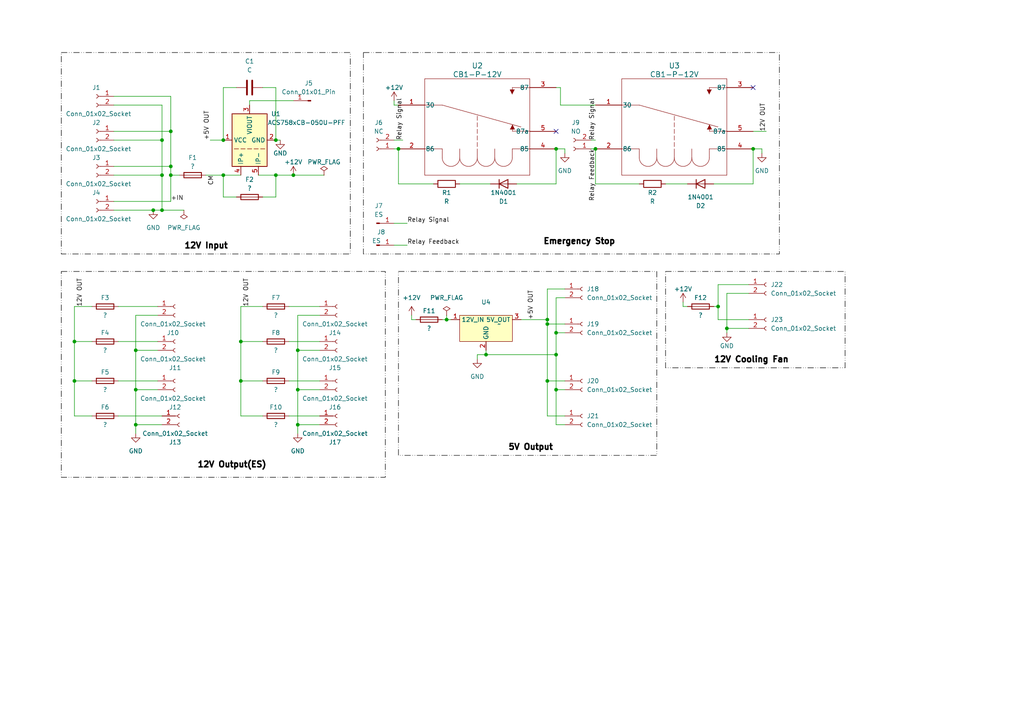
<source format=kicad_sch>
(kicad_sch (version 20230121) (generator eeschema)

  (uuid 707237c5-003e-4f55-87a1-4166ed919c58)

  (paper "A4")

  (lib_symbols
    (symbol "CB1_P_12V:CB1-P-12V" (pin_names (offset 0.254)) (in_bom yes) (on_board yes)
      (property "Reference" "U" (at 1.27 0 90)
        (effects (font (size 1.524 1.524)))
      )
      (property "Value" "CB1-P-12V" (at 5.08 0 90)
        (effects (font (size 1.524 1.524)))
      )
      (property "Footprint" "RELAY_CB1-P_PAN" (at 3.81 -25.4 90)
        (effects (font (size 1.27 1.27) italic) hide)
      )
      (property "Datasheet" "CB1-P-12V" (at 6.35 -25.4 90)
        (effects (font (size 1.27 1.27) italic) hide)
      )
      (property "ki_locked" "" (at 0 0 0)
        (effects (font (size 1.27 1.27)))
      )
      (property "ki_keywords" "CB1-P-12V" (at 0 0 0)
        (effects (font (size 1.27 1.27)) hide)
      )
      (property "ki_fp_filters" "RELAY_CB1-P_PAN" (at 0 0 0)
        (effects (font (size 1.27 1.27)) hide)
      )
      (symbol "CB1-P-12V_0_1"
        (polyline
          (pts
            (xy 6.35 -15.24)
            (xy 34.29 -15.24)
          )
          (stroke (width 0.127) (type default))
          (fill (type none))
        )
        (polyline
          (pts
            (xy 6.35 15.24)
            (xy 6.35 -15.24)
          )
          (stroke (width 0.127) (type default))
          (fill (type none))
        )
        (polyline
          (pts
            (xy 11.43 -10.16)
            (xy 13.97 -10.16)
          )
          (stroke (width 0.127) (type default))
          (fill (type none))
        )
        (polyline
          (pts
            (xy 11.43 -5.08)
            (xy 13.97 -5.08)
          )
          (stroke (width 0.127) (type default))
          (fill (type none))
        )
        (polyline
          (pts
            (xy 11.43 0)
            (xy 13.97 0)
          )
          (stroke (width 0.127) (type default))
          (fill (type none))
        )
        (polyline
          (pts
            (xy 11.43 5.08)
            (xy 13.97 5.08)
          )
          (stroke (width 0.127) (type default))
          (fill (type none))
        )
        (polyline
          (pts
            (xy 11.43 10.16)
            (xy 13.97 10.16)
          )
          (stroke (width 0.127) (type default))
          (fill (type none))
        )
        (polyline
          (pts
            (xy 13.97 -10.16)
            (xy 13.97 -15.24)
          )
          (stroke (width 0.127) (type default))
          (fill (type none))
        )
        (polyline
          (pts
            (xy 13.97 10.16)
            (xy 13.97 15.24)
          )
          (stroke (width 0.127) (type default))
          (fill (type none))
        )
        (polyline
          (pts
            (xy 15.875 0)
            (xy 14.605 0)
          )
          (stroke (width 0.127) (type default))
          (fill (type none))
        )
        (polyline
          (pts
            (xy 16.51 0)
            (xy 17.78 0)
          )
          (stroke (width 0.127) (type default))
          (fill (type none))
        )
        (polyline
          (pts
            (xy 18.415 0)
            (xy 19.685 0)
          )
          (stroke (width 0.127) (type default))
          (fill (type none))
        )
        (polyline
          (pts
            (xy 19.1184 -10.1824)
            (xy 19.1184 -15.2624)
          )
          (stroke (width 0.127) (type default))
          (fill (type none))
        )
        (polyline
          (pts
            (xy 20.32 0)
            (xy 21.59 0)
          )
          (stroke (width 0.127) (type default))
          (fill (type none))
        )
        (polyline
          (pts
            (xy 20.4346 -10.188)
            (xy 19.1184 -10.1824)
          )
          (stroke (width 0.127) (type default))
          (fill (type none))
        )
        (polyline
          (pts
            (xy 22.225 0)
            (xy 23.495 0)
          )
          (stroke (width 0.127) (type default))
          (fill (type none))
        )
        (polyline
          (pts
            (xy 26.67 10.16)
            (xy 20.32 -12.7)
          )
          (stroke (width 0.127) (type default))
          (fill (type none))
        )
        (polyline
          (pts
            (xy 26.67 10.16)
            (xy 26.67 15.24)
          )
          (stroke (width 0.127) (type default))
          (fill (type none))
        )
        (polyline
          (pts
            (xy 31.75 -15.24)
            (xy 31.75 -10.16)
          )
          (stroke (width 0.127) (type default))
          (fill (type none))
        )
        (polyline
          (pts
            (xy 31.75 -10.16)
            (xy 30.4811 -10.1656)
          )
          (stroke (width 0.127) (type default))
          (fill (type none))
        )
        (polyline
          (pts
            (xy 34.29 -15.24)
            (xy 34.29 15.24)
          )
          (stroke (width 0.127) (type default))
          (fill (type none))
        )
        (polyline
          (pts
            (xy 34.29 15.24)
            (xy 6.35 15.24)
          )
          (stroke (width 0.127) (type default))
          (fill (type none))
        )
        (polyline
          (pts
            (xy 19.685 -9.525)
            (xy 19.685 -10.795)
            (xy 20.955 -10.16)
          )
          (stroke (width 0) (type default))
          (fill (type outline))
        )
        (polyline
          (pts
            (xy 31.115 -10.795)
            (xy 31.115 -9.525)
            (xy 29.845 -10.16)
          )
          (stroke (width 0) (type default))
          (fill (type outline))
        )
        (arc (start 11.43 -5.08) (mid 8.901 -7.62) (end 11.43 -10.16)
          (stroke (width 0.127) (type default))
          (fill (type none))
        )
        (arc (start 11.43 0) (mid 8.901 -2.54) (end 11.43 -5.08)
          (stroke (width 0.127) (type default))
          (fill (type none))
        )
        (arc (start 11.43 5.08) (mid 8.901 2.54) (end 11.43 0)
          (stroke (width 0.127) (type default))
          (fill (type none))
        )
        (arc (start 11.43 10.16) (mid 8.901 7.62) (end 11.43 5.08)
          (stroke (width 0.127) (type default))
          (fill (type none))
        )
      )
      (symbol "CB1-P-12V_1_1"
        (pin power_in line (at 26.67 22.86 270) (length 7.62)
          (name "30" (effects (font (size 1.27 1.27))))
          (number "1" (effects (font (size 1.27 1.27))))
        )
        (pin output line (at 13.97 22.86 270) (length 7.62)
          (name "86" (effects (font (size 1.27 1.27))))
          (number "2" (effects (font (size 1.27 1.27))))
        )
        (pin power_out line (at 31.75 -22.86 90) (length 7.62)
          (name "87" (effects (font (size 1.27 1.27))))
          (number "3" (effects (font (size 1.27 1.27))))
        )
        (pin input line (at 13.97 -22.86 90) (length 7.62)
          (name "85" (effects (font (size 1.27 1.27))))
          (number "4" (effects (font (size 1.27 1.27))))
        )
        (pin power_out line (at 19.05 -22.86 90) (length 7.62)
          (name "87a" (effects (font (size 1.27 1.27))))
          (number "5" (effects (font (size 1.27 1.27))))
        )
      )
    )
    (symbol "Connector:Conn_01x01_Pin" (pin_names (offset 1.016) hide) (in_bom yes) (on_board yes)
      (property "Reference" "J" (at 0 2.54 0)
        (effects (font (size 1.27 1.27)))
      )
      (property "Value" "Conn_01x01_Pin" (at 0 -2.54 0)
        (effects (font (size 1.27 1.27)))
      )
      (property "Footprint" "" (at 0 0 0)
        (effects (font (size 1.27 1.27)) hide)
      )
      (property "Datasheet" "~" (at 0 0 0)
        (effects (font (size 1.27 1.27)) hide)
      )
      (property "ki_locked" "" (at 0 0 0)
        (effects (font (size 1.27 1.27)))
      )
      (property "ki_keywords" "connector" (at 0 0 0)
        (effects (font (size 1.27 1.27)) hide)
      )
      (property "ki_description" "Generic connector, single row, 01x01, script generated" (at 0 0 0)
        (effects (font (size 1.27 1.27)) hide)
      )
      (property "ki_fp_filters" "Connector*:*_1x??_*" (at 0 0 0)
        (effects (font (size 1.27 1.27)) hide)
      )
      (symbol "Conn_01x01_Pin_1_1"
        (polyline
          (pts
            (xy 1.27 0)
            (xy 0.8636 0)
          )
          (stroke (width 0.1524) (type default))
          (fill (type none))
        )
        (rectangle (start 0.8636 0.127) (end 0 -0.127)
          (stroke (width 0.1524) (type default))
          (fill (type outline))
        )
        (pin passive line (at 5.08 0 180) (length 3.81)
          (name "Pin_1" (effects (font (size 1.27 1.27))))
          (number "1" (effects (font (size 1.27 1.27))))
        )
      )
    )
    (symbol "Connector:Conn_01x02_Socket" (pin_names (offset 1.016) hide) (in_bom yes) (on_board yes)
      (property "Reference" "J" (at 0 2.54 0)
        (effects (font (size 1.27 1.27)))
      )
      (property "Value" "Conn_01x02_Socket" (at 0 -5.08 0)
        (effects (font (size 1.27 1.27)))
      )
      (property "Footprint" "" (at 0 0 0)
        (effects (font (size 1.27 1.27)) hide)
      )
      (property "Datasheet" "~" (at 0 0 0)
        (effects (font (size 1.27 1.27)) hide)
      )
      (property "ki_locked" "" (at 0 0 0)
        (effects (font (size 1.27 1.27)))
      )
      (property "ki_keywords" "connector" (at 0 0 0)
        (effects (font (size 1.27 1.27)) hide)
      )
      (property "ki_description" "Generic connector, single row, 01x02, script generated" (at 0 0 0)
        (effects (font (size 1.27 1.27)) hide)
      )
      (property "ki_fp_filters" "Connector*:*_1x??_*" (at 0 0 0)
        (effects (font (size 1.27 1.27)) hide)
      )
      (symbol "Conn_01x02_Socket_1_1"
        (arc (start 0 -2.032) (mid -0.5058 -2.54) (end 0 -3.048)
          (stroke (width 0.1524) (type default))
          (fill (type none))
        )
        (polyline
          (pts
            (xy -1.27 -2.54)
            (xy -0.508 -2.54)
          )
          (stroke (width 0.1524) (type default))
          (fill (type none))
        )
        (polyline
          (pts
            (xy -1.27 0)
            (xy -0.508 0)
          )
          (stroke (width 0.1524) (type default))
          (fill (type none))
        )
        (arc (start 0 0.508) (mid -0.5058 0) (end 0 -0.508)
          (stroke (width 0.1524) (type default))
          (fill (type none))
        )
        (pin passive line (at -5.08 0 0) (length 3.81)
          (name "Pin_1" (effects (font (size 1.27 1.27))))
          (number "1" (effects (font (size 1.27 1.27))))
        )
        (pin passive line (at -5.08 -2.54 0) (length 3.81)
          (name "Pin_2" (effects (font (size 1.27 1.27))))
          (number "2" (effects (font (size 1.27 1.27))))
        )
      )
    )
    (symbol "Device:C" (pin_numbers hide) (pin_names (offset 0.254)) (in_bom yes) (on_board yes)
      (property "Reference" "C" (at 0.635 2.54 0)
        (effects (font (size 1.27 1.27)) (justify left))
      )
      (property "Value" "C" (at 0.635 -2.54 0)
        (effects (font (size 1.27 1.27)) (justify left))
      )
      (property "Footprint" "" (at 0.9652 -3.81 0)
        (effects (font (size 1.27 1.27)) hide)
      )
      (property "Datasheet" "~" (at 0 0 0)
        (effects (font (size 1.27 1.27)) hide)
      )
      (property "ki_keywords" "cap capacitor" (at 0 0 0)
        (effects (font (size 1.27 1.27)) hide)
      )
      (property "ki_description" "Unpolarized capacitor" (at 0 0 0)
        (effects (font (size 1.27 1.27)) hide)
      )
      (property "ki_fp_filters" "C_*" (at 0 0 0)
        (effects (font (size 1.27 1.27)) hide)
      )
      (symbol "C_0_1"
        (polyline
          (pts
            (xy -2.032 -0.762)
            (xy 2.032 -0.762)
          )
          (stroke (width 0.508) (type default))
          (fill (type none))
        )
        (polyline
          (pts
            (xy -2.032 0.762)
            (xy 2.032 0.762)
          )
          (stroke (width 0.508) (type default))
          (fill (type none))
        )
      )
      (symbol "C_1_1"
        (pin passive line (at 0 3.81 270) (length 2.794)
          (name "~" (effects (font (size 1.27 1.27))))
          (number "1" (effects (font (size 1.27 1.27))))
        )
        (pin passive line (at 0 -3.81 90) (length 2.794)
          (name "~" (effects (font (size 1.27 1.27))))
          (number "2" (effects (font (size 1.27 1.27))))
        )
      )
    )
    (symbol "Device:Fuse" (pin_numbers hide) (pin_names (offset 0)) (in_bom yes) (on_board yes)
      (property "Reference" "F" (at 2.032 0 90)
        (effects (font (size 1.27 1.27)))
      )
      (property "Value" "Fuse" (at -1.905 0 90)
        (effects (font (size 1.27 1.27)))
      )
      (property "Footprint" "" (at -1.778 0 90)
        (effects (font (size 1.27 1.27)) hide)
      )
      (property "Datasheet" "~" (at 0 0 0)
        (effects (font (size 1.27 1.27)) hide)
      )
      (property "ki_keywords" "fuse" (at 0 0 0)
        (effects (font (size 1.27 1.27)) hide)
      )
      (property "ki_description" "Fuse" (at 0 0 0)
        (effects (font (size 1.27 1.27)) hide)
      )
      (property "ki_fp_filters" "*Fuse*" (at 0 0 0)
        (effects (font (size 1.27 1.27)) hide)
      )
      (symbol "Fuse_0_1"
        (rectangle (start -0.762 -2.54) (end 0.762 2.54)
          (stroke (width 0.254) (type default))
          (fill (type none))
        )
        (polyline
          (pts
            (xy 0 2.54)
            (xy 0 -2.54)
          )
          (stroke (width 0) (type default))
          (fill (type none))
        )
      )
      (symbol "Fuse_1_1"
        (pin passive line (at 0 3.81 270) (length 1.27)
          (name "~" (effects (font (size 1.27 1.27))))
          (number "1" (effects (font (size 1.27 1.27))))
        )
        (pin passive line (at 0 -3.81 90) (length 1.27)
          (name "~" (effects (font (size 1.27 1.27))))
          (number "2" (effects (font (size 1.27 1.27))))
        )
      )
    )
    (symbol "Device:R" (pin_numbers hide) (pin_names (offset 0)) (in_bom yes) (on_board yes)
      (property "Reference" "R" (at 2.032 0 90)
        (effects (font (size 1.27 1.27)))
      )
      (property "Value" "R" (at 0 0 90)
        (effects (font (size 1.27 1.27)))
      )
      (property "Footprint" "" (at -1.778 0 90)
        (effects (font (size 1.27 1.27)) hide)
      )
      (property "Datasheet" "~" (at 0 0 0)
        (effects (font (size 1.27 1.27)) hide)
      )
      (property "ki_keywords" "R res resistor" (at 0 0 0)
        (effects (font (size 1.27 1.27)) hide)
      )
      (property "ki_description" "Resistor" (at 0 0 0)
        (effects (font (size 1.27 1.27)) hide)
      )
      (property "ki_fp_filters" "R_*" (at 0 0 0)
        (effects (font (size 1.27 1.27)) hide)
      )
      (symbol "R_0_1"
        (rectangle (start -1.016 -2.54) (end 1.016 2.54)
          (stroke (width 0.254) (type default))
          (fill (type none))
        )
      )
      (symbol "R_1_1"
        (pin passive line (at 0 3.81 270) (length 1.27)
          (name "~" (effects (font (size 1.27 1.27))))
          (number "1" (effects (font (size 1.27 1.27))))
        )
        (pin passive line (at 0 -3.81 90) (length 1.27)
          (name "~" (effects (font (size 1.27 1.27))))
          (number "2" (effects (font (size 1.27 1.27))))
        )
      )
    )
    (symbol "Diode:1N4001" (pin_numbers hide) (pin_names hide) (in_bom yes) (on_board yes)
      (property "Reference" "D" (at 0 2.54 0)
        (effects (font (size 1.27 1.27)))
      )
      (property "Value" "1N4001" (at 0 -2.54 0)
        (effects (font (size 1.27 1.27)))
      )
      (property "Footprint" "Diode_THT:D_DO-41_SOD81_P10.16mm_Horizontal" (at 0 0 0)
        (effects (font (size 1.27 1.27)) hide)
      )
      (property "Datasheet" "http://www.vishay.com/docs/88503/1n4001.pdf" (at 0 0 0)
        (effects (font (size 1.27 1.27)) hide)
      )
      (property "Sim.Device" "D" (at 0 0 0)
        (effects (font (size 1.27 1.27)) hide)
      )
      (property "Sim.Pins" "1=K 2=A" (at 0 0 0)
        (effects (font (size 1.27 1.27)) hide)
      )
      (property "ki_keywords" "diode" (at 0 0 0)
        (effects (font (size 1.27 1.27)) hide)
      )
      (property "ki_description" "50V 1A General Purpose Rectifier Diode, DO-41" (at 0 0 0)
        (effects (font (size 1.27 1.27)) hide)
      )
      (property "ki_fp_filters" "D*DO?41*" (at 0 0 0)
        (effects (font (size 1.27 1.27)) hide)
      )
      (symbol "1N4001_0_1"
        (polyline
          (pts
            (xy -1.27 1.27)
            (xy -1.27 -1.27)
          )
          (stroke (width 0.254) (type default))
          (fill (type none))
        )
        (polyline
          (pts
            (xy 1.27 0)
            (xy -1.27 0)
          )
          (stroke (width 0) (type default))
          (fill (type none))
        )
        (polyline
          (pts
            (xy 1.27 1.27)
            (xy 1.27 -1.27)
            (xy -1.27 0)
            (xy 1.27 1.27)
          )
          (stroke (width 0.254) (type default))
          (fill (type none))
        )
      )
      (symbol "1N4001_1_1"
        (pin passive line (at -3.81 0 0) (length 2.54)
          (name "K" (effects (font (size 1.27 1.27))))
          (number "1" (effects (font (size 1.27 1.27))))
        )
        (pin passive line (at 3.81 0 180) (length 2.54)
          (name "A" (effects (font (size 1.27 1.27))))
          (number "2" (effects (font (size 1.27 1.27))))
        )
      )
    )
    (symbol "Sensor_Current:ACS758xCB-050B-PFF" (in_bom yes) (on_board yes)
      (property "Reference" "U" (at -7.62 6.35 0)
        (effects (font (size 1.27 1.27)) (justify left))
      )
      (property "Value" "ACS758xCB-050B-PFF" (at 2.54 6.35 0)
        (effects (font (size 1.27 1.27)) (justify left))
      )
      (property "Footprint" "Sensor_Current:Allegro_CB_PFF" (at 0 0 0)
        (effects (font (size 1.27 1.27)) hide)
      )
      (property "Datasheet" "http://www.allegromicro.com/~/media/Files/Datasheets/ACS758-Datasheet.ashx?la=en" (at 0 0 0)
        (effects (font (size 1.27 1.27)) hide)
      )
      (property "ki_keywords" "hall effect current monitor sensor isolated" (at 0 0 0)
        (effects (font (size 1.27 1.27)) hide)
      )
      (property "ki_description" "±50A Bidirectional Hall-Effect Current Sensor, +5.0V supply, 40mV/A, CB-5 PFF" (at 0 0 0)
        (effects (font (size 1.27 1.27)) hide)
      )
      (property "ki_fp_filters" "Allegro*CB*PFF*" (at 0 0 0)
        (effects (font (size 1.27 1.27)) hide)
      )
      (symbol "ACS758xCB-050B-PFF_0_1"
        (rectangle (start -7.62 5.08) (end 7.62 -5.08)
          (stroke (width 0.254) (type default))
          (fill (type background))
        )
        (polyline
          (pts
            (xy -2.54 -3.175)
            (xy -2.54 -4.445)
          )
          (stroke (width 0) (type default))
          (fill (type none))
        )
        (polyline
          (pts
            (xy -2.54 -1.27)
            (xy -2.54 -2.54)
          )
          (stroke (width 0) (type default))
          (fill (type none))
        )
        (polyline
          (pts
            (xy -2.54 0.635)
            (xy -2.54 -0.635)
          )
          (stroke (width 0) (type default))
          (fill (type none))
        )
        (polyline
          (pts
            (xy -2.54 1.27)
            (xy -2.54 2.54)
          )
          (stroke (width 0) (type default))
          (fill (type none))
        )
        (polyline
          (pts
            (xy -2.54 3.175)
            (xy -2.54 4.445)
          )
          (stroke (width 0) (type default))
          (fill (type none))
        )
      )
      (symbol "ACS758xCB-050B-PFF_1_1"
        (pin power_in line (at 0 7.62 270) (length 2.54)
          (name "VCC" (effects (font (size 1.27 1.27))))
          (number "1" (effects (font (size 1.27 1.27))))
        )
        (pin power_in line (at 0 -7.62 90) (length 2.54)
          (name "GND" (effects (font (size 1.27 1.27))))
          (number "2" (effects (font (size 1.27 1.27))))
        )
        (pin output line (at 10.16 0 180) (length 2.54)
          (name "VIOUT" (effects (font (size 1.27 1.27))))
          (number "3" (effects (font (size 1.27 1.27))))
        )
        (pin passive line (at -10.16 2.54 0) (length 2.54)
          (name "IP+" (effects (font (size 1.27 1.27))))
          (number "4" (effects (font (size 1.27 1.27))))
        )
        (pin passive line (at -10.16 -2.54 0) (length 2.54)
          (name "IP-" (effects (font (size 1.27 1.27))))
          (number "5" (effects (font (size 1.27 1.27))))
        )
      )
    )
    (symbol "dc_converter_modules_tht:buck_5V" (in_bom yes) (on_board yes)
      (property "Reference" "U" (at 0 5.08 0)
        (effects (font (size 1.27 1.27)))
      )
      (property "Value" "" (at 3.81 1.27 0)
        (effects (font (size 1.27 1.27)))
      )
      (property "Footprint" "" (at 3.81 1.27 0)
        (effects (font (size 1.27 1.27)) hide)
      )
      (property "Datasheet" "" (at 3.81 1.27 0)
        (effects (font (size 1.27 1.27)) hide)
      )
      (symbol "buck_5V_1_1"
        (rectangle (start -7.62 3.81) (end 7.62 -3.81)
          (stroke (width 0) (type default))
          (fill (type background))
        )
        (pin power_in line (at -10.16 2.54 0) (length 2.54)
          (name "12V_IN" (effects (font (size 1.27 1.27))))
          (number "1" (effects (font (size 1.27 1.27))))
        )
        (pin passive line (at 0 -6.35 90) (length 2.54)
          (name "GND" (effects (font (size 1.27 1.27))))
          (number "2" (effects (font (size 1.27 1.27))))
        )
        (pin power_out line (at 10.16 2.54 180) (length 2.54)
          (name "5V_OUT" (effects (font (size 1.27 1.27))))
          (number "3" (effects (font (size 1.27 1.27))))
        )
      )
    )
    (symbol "power:+12V" (power) (pin_names (offset 0)) (in_bom yes) (on_board yes)
      (property "Reference" "#PWR" (at 0 -3.81 0)
        (effects (font (size 1.27 1.27)) hide)
      )
      (property "Value" "+12V" (at 0 3.556 0)
        (effects (font (size 1.27 1.27)))
      )
      (property "Footprint" "" (at 0 0 0)
        (effects (font (size 1.27 1.27)) hide)
      )
      (property "Datasheet" "" (at 0 0 0)
        (effects (font (size 1.27 1.27)) hide)
      )
      (property "ki_keywords" "global power" (at 0 0 0)
        (effects (font (size 1.27 1.27)) hide)
      )
      (property "ki_description" "Power symbol creates a global label with name \"+12V\"" (at 0 0 0)
        (effects (font (size 1.27 1.27)) hide)
      )
      (symbol "+12V_0_1"
        (polyline
          (pts
            (xy -0.762 1.27)
            (xy 0 2.54)
          )
          (stroke (width 0) (type default))
          (fill (type none))
        )
        (polyline
          (pts
            (xy 0 0)
            (xy 0 2.54)
          )
          (stroke (width 0) (type default))
          (fill (type none))
        )
        (polyline
          (pts
            (xy 0 2.54)
            (xy 0.762 1.27)
          )
          (stroke (width 0) (type default))
          (fill (type none))
        )
      )
      (symbol "+12V_1_1"
        (pin power_in line (at 0 0 90) (length 0) hide
          (name "+12V" (effects (font (size 1.27 1.27))))
          (number "1" (effects (font (size 1.27 1.27))))
        )
      )
    )
    (symbol "power:GND" (power) (pin_names (offset 0)) (in_bom yes) (on_board yes)
      (property "Reference" "#PWR" (at 0 -6.35 0)
        (effects (font (size 1.27 1.27)) hide)
      )
      (property "Value" "GND" (at 0 -3.81 0)
        (effects (font (size 1.27 1.27)))
      )
      (property "Footprint" "" (at 0 0 0)
        (effects (font (size 1.27 1.27)) hide)
      )
      (property "Datasheet" "" (at 0 0 0)
        (effects (font (size 1.27 1.27)) hide)
      )
      (property "ki_keywords" "global power" (at 0 0 0)
        (effects (font (size 1.27 1.27)) hide)
      )
      (property "ki_description" "Power symbol creates a global label with name \"GND\" , ground" (at 0 0 0)
        (effects (font (size 1.27 1.27)) hide)
      )
      (symbol "GND_0_1"
        (polyline
          (pts
            (xy 0 0)
            (xy 0 -1.27)
            (xy 1.27 -1.27)
            (xy 0 -2.54)
            (xy -1.27 -1.27)
            (xy 0 -1.27)
          )
          (stroke (width 0) (type default))
          (fill (type none))
        )
      )
      (symbol "GND_1_1"
        (pin power_in line (at 0 0 270) (length 0) hide
          (name "GND" (effects (font (size 1.27 1.27))))
          (number "1" (effects (font (size 1.27 1.27))))
        )
      )
    )
    (symbol "power:PWR_FLAG" (power) (pin_numbers hide) (pin_names (offset 0) hide) (in_bom yes) (on_board yes)
      (property "Reference" "#FLG" (at 0 1.905 0)
        (effects (font (size 1.27 1.27)) hide)
      )
      (property "Value" "PWR_FLAG" (at 0 3.81 0)
        (effects (font (size 1.27 1.27)))
      )
      (property "Footprint" "" (at 0 0 0)
        (effects (font (size 1.27 1.27)) hide)
      )
      (property "Datasheet" "~" (at 0 0 0)
        (effects (font (size 1.27 1.27)) hide)
      )
      (property "ki_keywords" "flag power" (at 0 0 0)
        (effects (font (size 1.27 1.27)) hide)
      )
      (property "ki_description" "Special symbol for telling ERC where power comes from" (at 0 0 0)
        (effects (font (size 1.27 1.27)) hide)
      )
      (symbol "PWR_FLAG_0_0"
        (pin power_out line (at 0 0 90) (length 0)
          (name "pwr" (effects (font (size 1.27 1.27))))
          (number "1" (effects (font (size 1.27 1.27))))
        )
      )
      (symbol "PWR_FLAG_0_1"
        (polyline
          (pts
            (xy 0 0)
            (xy 0 1.27)
            (xy -1.016 1.905)
            (xy 0 2.54)
            (xy 1.016 1.905)
            (xy 0 1.27)
          )
          (stroke (width 0) (type default))
          (fill (type none))
        )
      )
    )
  )

  (junction (at 21.59 110.49) (diameter 0) (color 0 0 0 0)
    (uuid 069ea639-5701-4597-9e01-bc59ea4e9d30)
  )
  (junction (at 161.29 102.87) (diameter 0) (color 0 0 0 0)
    (uuid 11ad77cf-806e-44af-ae3c-aaf56dfa9338)
  )
  (junction (at 69.85 99.06) (diameter 0) (color 0 0 0 0)
    (uuid 1561837a-529c-4897-9321-51e1c39f3a0f)
  )
  (junction (at 129.54 92.71) (diameter 0) (color 0 0 0 0)
    (uuid 2a30decc-d6f6-43ee-9942-15da7f64a140)
  )
  (junction (at 85.09 50.8) (diameter 0) (color 0 0 0 0)
    (uuid 3806b668-52c7-4bc4-bc3d-347d00e95883)
  )
  (junction (at 140.97 102.87) (diameter 0) (color 0 0 0 0)
    (uuid 469c1b3b-0823-4217-8cdf-f07e2f22246a)
  )
  (junction (at 21.59 99.06) (diameter 0) (color 0 0 0 0)
    (uuid 53887f22-c3e9-4c1d-8d25-b0eb0febc3a4)
  )
  (junction (at 158.75 92.71) (diameter 0) (color 0 0 0 0)
    (uuid 5ddc512c-f961-4579-b795-1bc01b5723eb)
  )
  (junction (at 172.72 43.18) (diameter 0) (color 0 0 0 0)
    (uuid 5f8e23d7-4df5-4771-b042-fa23d5876ec3)
  )
  (junction (at 49.53 38.1) (diameter 0) (color 0 0 0 0)
    (uuid 5fddcc2f-fbe2-455d-b699-04b0c8a8136b)
  )
  (junction (at 161.29 43.18) (diameter 0) (color 0 0 0 0)
    (uuid 68240274-265b-498f-89c4-8aeee70c66da)
  )
  (junction (at 161.29 96.52) (diameter 0) (color 0 0 0 0)
    (uuid 68e55bd9-63d2-4725-945b-a17b809a4e01)
  )
  (junction (at 46.99 60.96) (diameter 0) (color 0 0 0 0)
    (uuid 7db5e0c1-f850-449c-a465-e20ccf08747e)
  )
  (junction (at 80.01 50.8) (diameter 0) (color 0 0 0 0)
    (uuid 80879188-f882-4112-9a05-b8fc9bb7ccbb)
  )
  (junction (at 39.37 123.19) (diameter 0) (color 0 0 0 0)
    (uuid 91b55039-3a02-49e9-84a5-a6f21d088324)
  )
  (junction (at 210.82 95.25) (diameter 0) (color 0 0 0 0)
    (uuid a1a0debd-97ee-424d-884c-0ab0a6e1dfb3)
  )
  (junction (at 161.29 113.03) (diameter 0) (color 0 0 0 0)
    (uuid a284d71e-f417-4d6a-add5-0bc640bbe9a4)
  )
  (junction (at 64.77 40.64) (diameter 0) (color 0 0 0 0)
    (uuid a46fd786-092b-42ea-ad3f-f5acb1c5b47d)
  )
  (junction (at 218.44 43.18) (diameter 0) (color 0 0 0 0)
    (uuid a5372de2-a6c9-4b7d-8007-238bb410d2af)
  )
  (junction (at 64.77 50.8) (diameter 0) (color 0 0 0 0)
    (uuid a88d338c-ce9e-4f43-8b35-4ae6f487f31a)
  )
  (junction (at 158.75 93.98) (diameter 0) (color 0 0 0 0)
    (uuid a9329e73-5754-472e-a109-422d33697e4b)
  )
  (junction (at 86.36 113.03) (diameter 0) (color 0 0 0 0)
    (uuid b3389ac4-3023-4ef6-9c21-584aebd14295)
  )
  (junction (at 86.36 101.6) (diameter 0) (color 0 0 0 0)
    (uuid bdc0ddde-950a-4842-832b-730914ba057a)
  )
  (junction (at 49.53 48.26) (diameter 0) (color 0 0 0 0)
    (uuid c61e634c-2696-424d-ac5d-8d289a7110de)
  )
  (junction (at 46.99 50.8) (diameter 0) (color 0 0 0 0)
    (uuid c70c53c0-ff40-4131-b41f-23a0e3d89686)
  )
  (junction (at 86.36 123.19) (diameter 0) (color 0 0 0 0)
    (uuid ca31007f-5106-4363-9c64-e43d6da6bc97)
  )
  (junction (at 69.85 110.49) (diameter 0) (color 0 0 0 0)
    (uuid d3489b08-ec4c-40c4-963f-2a3cd435e68f)
  )
  (junction (at 80.01 40.64) (diameter 0) (color 0 0 0 0)
    (uuid d3e6e6fa-2f00-483c-b72a-ccef3043e7a1)
  )
  (junction (at 39.37 113.03) (diameter 0) (color 0 0 0 0)
    (uuid d64b1e70-f426-4261-93f2-443431f78ff2)
  )
  (junction (at 39.37 101.6) (diameter 0) (color 0 0 0 0)
    (uuid e4851576-5e96-401e-a492-da35a5c63af6)
  )
  (junction (at 44.45 60.96) (diameter 0) (color 0 0 0 0)
    (uuid eb55c595-c26c-4ad2-9bed-48593fdb5985)
  )
  (junction (at 49.53 50.8) (diameter 0) (color 0 0 0 0)
    (uuid eca8712f-d202-4dd5-baf8-d40f12fb79e2)
  )
  (junction (at 158.75 110.49) (diameter 0) (color 0 0 0 0)
    (uuid f3c92829-b496-41e1-9c3a-46b301239b2e)
  )
  (junction (at 115.57 43.18) (diameter 0) (color 0 0 0 0)
    (uuid f658726f-296e-4868-941c-3ee0ba485c43)
  )
  (junction (at 208.28 88.9) (diameter 0) (color 0 0 0 0)
    (uuid f8317a30-9905-4945-9ca1-d992f797d79f)
  )
  (junction (at 46.99 40.64) (diameter 0) (color 0 0 0 0)
    (uuid f9b5073f-d377-4ae4-91de-e283d311c3fb)
  )

  (no_connect (at 161.29 38.1) (uuid a3df771d-ab59-43e6-ba22-c33367cf7617))
  (no_connect (at 218.44 25.4) (uuid f88b40c3-b3f2-4a8c-9776-c9641b544aaf))

  (wire (pts (xy 80.01 25.4) (xy 80.01 40.64))
    (stroke (width 0) (type default))
    (uuid 009e59ba-82c4-449f-816c-6fbeb16d7a67)
  )
  (wire (pts (xy 21.59 110.49) (xy 26.67 110.49))
    (stroke (width 0) (type default))
    (uuid 03916c08-784b-4300-b907-b2d901ae0294)
  )
  (wire (pts (xy 26.67 99.06) (xy 21.59 99.06))
    (stroke (width 0) (type default))
    (uuid 07077bae-0001-48e1-8a58-450800dd7c3d)
  )
  (wire (pts (xy 158.75 92.71) (xy 158.75 93.98))
    (stroke (width 0) (type default))
    (uuid 0aaee533-81c4-4e95-9795-559eae49164d)
  )
  (wire (pts (xy 86.36 113.03) (xy 92.71 113.03))
    (stroke (width 0) (type default))
    (uuid 0cb63f98-274d-44ae-b803-11ab1fb29aa9)
  )
  (wire (pts (xy 199.39 88.9) (xy 198.12 88.9))
    (stroke (width 0) (type default))
    (uuid 0e4e126c-4fc4-4467-9c66-a64308d6c617)
  )
  (wire (pts (xy 208.28 88.9) (xy 208.28 92.71))
    (stroke (width 0) (type default))
    (uuid 0f3e8315-788f-4c28-aa48-7672bf33d791)
  )
  (wire (pts (xy 83.82 110.49) (xy 92.71 110.49))
    (stroke (width 0) (type default))
    (uuid 11310bb2-90f6-4745-a864-e73ea03aed62)
  )
  (wire (pts (xy 45.72 101.6) (xy 39.37 101.6))
    (stroke (width 0) (type default))
    (uuid 128e8dd8-4c29-4c3d-9879-4dcc33f9d8ee)
  )
  (wire (pts (xy 129.54 91.44) (xy 129.54 92.71))
    (stroke (width 0) (type default))
    (uuid 16a1a3ef-7993-4530-8867-898aa4c4a34e)
  )
  (wire (pts (xy 33.02 38.1) (xy 49.53 38.1))
    (stroke (width 0) (type default))
    (uuid 16b034f9-9bf3-48fb-9496-441a0e87bf52)
  )
  (wire (pts (xy 21.59 88.9) (xy 21.59 99.06))
    (stroke (width 0) (type default))
    (uuid 188be47e-7ff9-474b-9873-b7424d191f5f)
  )
  (wire (pts (xy 161.29 96.52) (xy 161.29 102.87))
    (stroke (width 0) (type default))
    (uuid 189c4161-dc7f-4e7f-9129-89d996cbc666)
  )
  (wire (pts (xy 218.44 53.34) (xy 218.44 43.18))
    (stroke (width 0) (type default))
    (uuid 1ad9aec6-e1c5-4977-9efc-51521edc550a)
  )
  (wire (pts (xy 83.82 88.9) (xy 92.71 88.9))
    (stroke (width 0) (type default))
    (uuid 1b5cadbc-e163-41dd-88fd-8ab7950bf986)
  )
  (wire (pts (xy 39.37 113.03) (xy 39.37 123.19))
    (stroke (width 0) (type default))
    (uuid 1d2d865f-a78d-4312-8c3c-44c7cd77e4a1)
  )
  (wire (pts (xy 33.02 30.48) (xy 46.99 30.48))
    (stroke (width 0) (type default))
    (uuid 1ec0b3fc-a46e-4e61-b85e-6a28dad41654)
  )
  (wire (pts (xy 207.01 88.9) (xy 208.28 88.9))
    (stroke (width 0) (type default))
    (uuid 20b2f9e4-ed08-4d6c-afe1-aad844d1b61c)
  )
  (wire (pts (xy 46.99 40.64) (xy 46.99 50.8))
    (stroke (width 0) (type default))
    (uuid 29ef8871-68ec-40a1-95da-8c42de5d6d95)
  )
  (wire (pts (xy 39.37 91.44) (xy 39.37 101.6))
    (stroke (width 0) (type default))
    (uuid 2a74650f-2225-479c-9526-695053043749)
  )
  (wire (pts (xy 21.59 110.49) (xy 21.59 120.65))
    (stroke (width 0) (type default))
    (uuid 2f02dfd1-3b28-4a43-9ae1-b906da37f94a)
  )
  (wire (pts (xy 114.3 43.18) (xy 115.57 43.18))
    (stroke (width 0) (type default))
    (uuid 2f2b67da-89d6-476b-9da7-914df6829c8f)
  )
  (wire (pts (xy 49.53 58.42) (xy 49.53 50.8))
    (stroke (width 0) (type default))
    (uuid 30c59cb1-3636-4227-9000-cbe2558d0f53)
  )
  (wire (pts (xy 162.56 30.48) (xy 172.72 30.48))
    (stroke (width 0) (type default))
    (uuid 31012e8f-e5f4-41d0-b2a8-1592d1700d39)
  )
  (wire (pts (xy 161.29 123.19) (xy 163.83 123.19))
    (stroke (width 0) (type default))
    (uuid 31d0460f-f4a2-4ff8-ab7a-022a7ae8d7bf)
  )
  (wire (pts (xy 39.37 113.03) (xy 45.72 113.03))
    (stroke (width 0) (type default))
    (uuid 34977445-014c-4b8a-a8d9-9878cc76c68b)
  )
  (wire (pts (xy 158.75 83.82) (xy 163.83 83.82))
    (stroke (width 0) (type default))
    (uuid 34d86ac6-4ca6-473b-b527-922d59f528b7)
  )
  (wire (pts (xy 198.12 87.63) (xy 198.12 88.9))
    (stroke (width 0) (type default))
    (uuid 34f0d644-f18e-4123-af89-937b61ac1409)
  )
  (wire (pts (xy 158.75 110.49) (xy 158.75 120.65))
    (stroke (width 0) (type default))
    (uuid 360d05b9-e3ae-4ff5-8c7c-322804609b28)
  )
  (wire (pts (xy 161.29 113.03) (xy 163.83 113.03))
    (stroke (width 0) (type default))
    (uuid 390be1f7-e928-40ac-bfff-ae9a764455a4)
  )
  (wire (pts (xy 83.82 120.65) (xy 92.71 120.65))
    (stroke (width 0) (type default))
    (uuid 3a255dad-e51b-4f91-aa60-f4966593e6b6)
  )
  (wire (pts (xy 119.38 91.44) (xy 119.38 92.71))
    (stroke (width 0) (type default))
    (uuid 3e1c6134-32e5-471b-9646-ef8bc9815df1)
  )
  (wire (pts (xy 33.02 50.8) (xy 46.99 50.8))
    (stroke (width 0) (type default))
    (uuid 43cdd7ed-dbd6-490a-9508-6d466a2c6fde)
  )
  (wire (pts (xy 210.82 95.25) (xy 217.17 95.25))
    (stroke (width 0) (type default))
    (uuid 442a590b-5474-44ad-a832-de585d7c2a8e)
  )
  (wire (pts (xy 39.37 101.6) (xy 39.37 113.03))
    (stroke (width 0) (type default))
    (uuid 4528fc1e-145d-4268-8371-af4a5d309b59)
  )
  (wire (pts (xy 76.2 25.4) (xy 80.01 25.4))
    (stroke (width 0) (type default))
    (uuid 4536057a-607d-44ef-805c-a0c65a378b53)
  )
  (wire (pts (xy 46.99 60.96) (xy 46.99 50.8))
    (stroke (width 0) (type default))
    (uuid 4541a984-8b21-495e-94bd-d90fd3bee098)
  )
  (wire (pts (xy 34.29 120.65) (xy 46.99 120.65))
    (stroke (width 0) (type default))
    (uuid 490081a2-a9fd-4906-9c5e-1372aa7187f2)
  )
  (wire (pts (xy 210.82 95.25) (xy 210.82 96.52))
    (stroke (width 0) (type default))
    (uuid 4909dcf1-b51b-43a9-a42f-8b57327c427e)
  )
  (wire (pts (xy 86.36 125.73) (xy 86.36 123.19))
    (stroke (width 0) (type default))
    (uuid 4c04b275-842f-4c7c-80e7-459675ff0f5e)
  )
  (wire (pts (xy 130.81 92.71) (xy 129.54 92.71))
    (stroke (width 0) (type default))
    (uuid 53443309-c420-4c57-936a-38906b55288f)
  )
  (wire (pts (xy 161.29 86.36) (xy 161.29 96.52))
    (stroke (width 0) (type default))
    (uuid 55735cd1-9cc1-4ffb-9089-45c3d3413ebe)
  )
  (wire (pts (xy 207.01 53.34) (xy 218.44 53.34))
    (stroke (width 0) (type default))
    (uuid 58b7c9f1-6c2b-4c93-bcb2-5ade907f9c06)
  )
  (wire (pts (xy 86.36 123.19) (xy 92.71 123.19))
    (stroke (width 0) (type default))
    (uuid 598afaca-013a-450e-82a7-050223f6d828)
  )
  (wire (pts (xy 138.43 102.87) (xy 138.43 104.14))
    (stroke (width 0) (type default))
    (uuid 60a968d1-f715-4fa8-86e2-35ddcaae047e)
  )
  (wire (pts (xy 60.96 40.64) (xy 64.77 40.64))
    (stroke (width 0) (type default))
    (uuid 62e064b1-fbd8-42ae-9827-2b02945ec10b)
  )
  (wire (pts (xy 208.28 82.55) (xy 208.28 88.9))
    (stroke (width 0) (type default))
    (uuid 646ee30a-8a55-4f68-a34b-490954df7f51)
  )
  (wire (pts (xy 208.28 92.71) (xy 217.17 92.71))
    (stroke (width 0) (type default))
    (uuid 64cf733c-f6fb-4107-b674-ba1c4d9fd1ed)
  )
  (wire (pts (xy 26.67 120.65) (xy 21.59 120.65))
    (stroke (width 0) (type default))
    (uuid 65565b81-4aaf-4eb5-add0-15653c7ef20e)
  )
  (wire (pts (xy 59.69 50.8) (xy 64.77 50.8))
    (stroke (width 0) (type default))
    (uuid 65bb5318-839c-4487-9b6f-04401bff32a5)
  )
  (wire (pts (xy 142.24 53.34) (xy 133.35 53.34))
    (stroke (width 0) (type default))
    (uuid 67bc89c2-6db2-4aea-8583-ae9ee07cf7d5)
  )
  (wire (pts (xy 76.2 99.06) (xy 69.85 99.06))
    (stroke (width 0) (type default))
    (uuid 6835dcc4-877e-42f9-9b46-bbffda010382)
  )
  (wire (pts (xy 39.37 125.73) (xy 39.37 123.19))
    (stroke (width 0) (type default))
    (uuid 68a9df1d-a73b-4604-ba52-017ef6c1898f)
  )
  (wire (pts (xy 46.99 40.64) (xy 33.02 40.64))
    (stroke (width 0) (type default))
    (uuid 68b535ff-77a5-4df6-a629-d4ea15e52407)
  )
  (wire (pts (xy 163.83 44.45) (xy 163.83 43.18))
    (stroke (width 0) (type default))
    (uuid 6a8709be-1324-483a-a5f2-4853de85aac3)
  )
  (wire (pts (xy 163.83 86.36) (xy 161.29 86.36))
    (stroke (width 0) (type default))
    (uuid 6a8dad1e-b3d2-4b86-b983-210e489cf487)
  )
  (wire (pts (xy 220.98 44.45) (xy 220.98 43.18))
    (stroke (width 0) (type default))
    (uuid 6ca06c80-699a-46ca-b442-89c129dc20d6)
  )
  (wire (pts (xy 129.54 92.71) (xy 128.27 92.71))
    (stroke (width 0) (type default))
    (uuid 6e688a26-74c7-4287-a75f-43d4609316e5)
  )
  (wire (pts (xy 162.56 25.4) (xy 162.56 30.48))
    (stroke (width 0) (type default))
    (uuid 7058a960-e38a-4898-8f74-3d7c900294ed)
  )
  (wire (pts (xy 21.59 88.9) (xy 26.67 88.9))
    (stroke (width 0) (type default))
    (uuid 71108665-f5b8-4c1c-b394-b0e5ad2c7e40)
  )
  (wire (pts (xy 80.01 57.15) (xy 80.01 50.8))
    (stroke (width 0) (type default))
    (uuid 72b409d0-466a-40ff-9f29-9a1daab92534)
  )
  (wire (pts (xy 68.58 57.15) (xy 64.77 57.15))
    (stroke (width 0) (type default))
    (uuid 745d4cd0-20e7-4e77-9109-4bdae53b7e75)
  )
  (wire (pts (xy 163.83 43.18) (xy 161.29 43.18))
    (stroke (width 0) (type default))
    (uuid 74e85ecd-dd0e-415c-8d35-e1e1187fa82e)
  )
  (wire (pts (xy 218.44 38.1) (xy 222.25 38.1))
    (stroke (width 0) (type default))
    (uuid 75037496-94d2-45d9-b7b8-c34f29c76718)
  )
  (wire (pts (xy 33.02 27.94) (xy 49.53 27.94))
    (stroke (width 0) (type default))
    (uuid 75dc85a1-f0e8-49f1-aaef-e9831bf6baf7)
  )
  (wire (pts (xy 114.3 64.77) (xy 118.11 64.77))
    (stroke (width 0) (type default))
    (uuid 7730af94-eea6-40cc-8d13-d7f79a6b938e)
  )
  (wire (pts (xy 161.29 113.03) (xy 161.29 123.19))
    (stroke (width 0) (type default))
    (uuid 78578536-9b84-4b07-bcac-b43a6e2dde94)
  )
  (wire (pts (xy 208.28 82.55) (xy 217.17 82.55))
    (stroke (width 0) (type default))
    (uuid 7907800d-b249-4265-a208-8975175bb2be)
  )
  (wire (pts (xy 85.09 50.8) (xy 93.98 50.8))
    (stroke (width 0) (type default))
    (uuid 7b4412da-2f19-4c40-bf84-bf92556440be)
  )
  (wire (pts (xy 33.02 60.96) (xy 44.45 60.96))
    (stroke (width 0) (type default))
    (uuid 7efc3e79-e23e-4425-8106-3ce03cfde58b)
  )
  (wire (pts (xy 83.82 99.06) (xy 92.71 99.06))
    (stroke (width 0) (type default))
    (uuid 7f0dd8d8-ef24-4a27-8029-5ee1d7c57f91)
  )
  (wire (pts (xy 161.29 102.87) (xy 161.29 113.03))
    (stroke (width 0) (type default))
    (uuid 7f9438e6-186f-4a65-8866-499e3827c78d)
  )
  (wire (pts (xy 64.77 50.8) (xy 64.77 57.15))
    (stroke (width 0) (type default))
    (uuid 8119acb2-3436-4c83-acf3-116977881172)
  )
  (wire (pts (xy 69.85 88.9) (xy 69.85 99.06))
    (stroke (width 0) (type default))
    (uuid 852c986f-3944-4eff-8a80-f8a7f1cdbf05)
  )
  (wire (pts (xy 158.75 83.82) (xy 158.75 92.71))
    (stroke (width 0) (type default))
    (uuid 89c1a94d-1e7e-486e-9f1f-fa5436b50f3a)
  )
  (wire (pts (xy 80.01 40.64) (xy 81.28 40.64))
    (stroke (width 0) (type default))
    (uuid 8b24377a-3326-4156-8b78-43207f3061ec)
  )
  (wire (pts (xy 21.59 99.06) (xy 21.59 110.49))
    (stroke (width 0) (type default))
    (uuid 8b491f39-155d-46f6-aaba-0850b6b08d17)
  )
  (wire (pts (xy 69.85 99.06) (xy 69.85 110.49))
    (stroke (width 0) (type default))
    (uuid 8cb37856-c6fc-4272-9fdc-11aad32f23c8)
  )
  (wire (pts (xy 68.58 25.4) (xy 64.77 25.4))
    (stroke (width 0) (type default))
    (uuid 935d0583-42aa-43cc-9631-1bfd260ad8e7)
  )
  (wire (pts (xy 34.29 99.06) (xy 45.72 99.06))
    (stroke (width 0) (type default))
    (uuid 93b7e0ca-6fe2-4bc0-8d93-0f91d66bbfc4)
  )
  (wire (pts (xy 210.82 85.09) (xy 210.82 95.25))
    (stroke (width 0) (type default))
    (uuid 942304c1-fc5f-4faa-8e84-f47d98753a6c)
  )
  (wire (pts (xy 92.71 91.44) (xy 86.36 91.44))
    (stroke (width 0) (type default))
    (uuid 9b1907ce-5f50-4edc-af32-cf5f1b0714a4)
  )
  (wire (pts (xy 49.53 50.8) (xy 49.53 48.26))
    (stroke (width 0) (type default))
    (uuid 9b8ffad2-997e-4417-8eab-0b08400f7c00)
  )
  (wire (pts (xy 86.36 101.6) (xy 86.36 113.03))
    (stroke (width 0) (type default))
    (uuid 9ba1cf34-39e6-460f-8db0-a848093fe7cf)
  )
  (wire (pts (xy 33.02 58.42) (xy 49.53 58.42))
    (stroke (width 0) (type default))
    (uuid 9ca317df-e750-4ed6-b1d4-72ec20541cdf)
  )
  (wire (pts (xy 161.29 96.52) (xy 163.83 96.52))
    (stroke (width 0) (type default))
    (uuid 9fab83bd-1ddc-4cbe-bb92-5d5a7e260746)
  )
  (wire (pts (xy 69.85 120.65) (xy 76.2 120.65))
    (stroke (width 0) (type default))
    (uuid a0cfc631-ef81-4a63-9101-8747bcb3aaf9)
  )
  (wire (pts (xy 161.29 25.4) (xy 162.56 25.4))
    (stroke (width 0) (type default))
    (uuid a26c0159-5e8a-4830-a929-81e8221d79c9)
  )
  (wire (pts (xy 217.17 85.09) (xy 210.82 85.09))
    (stroke (width 0) (type default))
    (uuid a612b4fd-cad2-4f31-9b05-600678be2f68)
  )
  (wire (pts (xy 149.86 53.34) (xy 161.29 53.34))
    (stroke (width 0) (type default))
    (uuid a807b74a-5438-4a01-a7f8-d018f426fef7)
  )
  (wire (pts (xy 33.02 48.26) (xy 49.53 48.26))
    (stroke (width 0) (type default))
    (uuid a8b70409-9ef4-43ce-9fc8-fea0b0603350)
  )
  (wire (pts (xy 64.77 50.8) (xy 69.85 50.8))
    (stroke (width 0) (type default))
    (uuid a981f8d2-75d3-4454-802e-72979d117ac6)
  )
  (wire (pts (xy 115.57 53.34) (xy 115.57 43.18))
    (stroke (width 0) (type default))
    (uuid a98b53b5-5391-4898-ab56-49520f4f9e9e)
  )
  (wire (pts (xy 49.53 50.8) (xy 52.07 50.8))
    (stroke (width 0) (type default))
    (uuid aae5c53b-be50-4dcb-a4c5-fc42568e630b)
  )
  (wire (pts (xy 72.39 30.48) (xy 72.39 29.21))
    (stroke (width 0) (type default))
    (uuid aae74694-ed96-4f46-b8a2-41d419b63c67)
  )
  (wire (pts (xy 140.97 102.87) (xy 161.29 102.87))
    (stroke (width 0) (type default))
    (uuid aba36c65-5d72-49db-8e29-82131aa8baa5)
  )
  (wire (pts (xy 34.29 110.49) (xy 45.72 110.49))
    (stroke (width 0) (type default))
    (uuid acf713a3-ada8-468a-a543-13b6d516dd01)
  )
  (wire (pts (xy 86.36 91.44) (xy 86.36 101.6))
    (stroke (width 0) (type default))
    (uuid affc26e0-e10a-49b1-a95b-2d40e0e3d2cd)
  )
  (wire (pts (xy 114.3 30.48) (xy 115.57 30.48))
    (stroke (width 0) (type default))
    (uuid b2bcc71f-dbbc-4df6-9a5b-f2f90638ab06)
  )
  (wire (pts (xy 39.37 123.19) (xy 46.99 123.19))
    (stroke (width 0) (type default))
    (uuid b3af3255-47e6-4f9c-8551-7cc84af14389)
  )
  (wire (pts (xy 151.13 92.71) (xy 158.75 92.71))
    (stroke (width 0) (type default))
    (uuid b973493f-ef90-44c8-8cf7-3a504d299bbc)
  )
  (wire (pts (xy 120.65 92.71) (xy 119.38 92.71))
    (stroke (width 0) (type default))
    (uuid b98d9c35-6b2c-4b41-b73f-43f4afea41a1)
  )
  (wire (pts (xy 46.99 40.64) (xy 46.99 30.48))
    (stroke (width 0) (type default))
    (uuid bc00d61f-03b3-4163-9632-d980609d4272)
  )
  (wire (pts (xy 158.75 110.49) (xy 163.83 110.49))
    (stroke (width 0) (type default))
    (uuid bdef92cf-c31f-4385-a780-d00851157ed0)
  )
  (wire (pts (xy 140.97 102.87) (xy 138.43 102.87))
    (stroke (width 0) (type default))
    (uuid c27b84e0-348c-464b-b319-f57284513419)
  )
  (wire (pts (xy 172.72 53.34) (xy 172.72 43.18))
    (stroke (width 0) (type default))
    (uuid c2a0cf1b-c1e7-4c26-9701-cbf9f92dcadc)
  )
  (wire (pts (xy 69.85 110.49) (xy 76.2 110.49))
    (stroke (width 0) (type default))
    (uuid c3b51294-e9ea-410d-9477-0da1de2b310f)
  )
  (wire (pts (xy 158.75 93.98) (xy 158.75 110.49))
    (stroke (width 0) (type default))
    (uuid c4cf50ec-48a3-4ee3-b388-3e2c66a1a03e)
  )
  (wire (pts (xy 46.99 60.96) (xy 53.34 60.96))
    (stroke (width 0) (type default))
    (uuid c578375f-6081-48ae-8670-39cde030bb63)
  )
  (wire (pts (xy 114.3 29.21) (xy 114.3 30.48))
    (stroke (width 0) (type default))
    (uuid c68d4926-ec99-482f-8b7f-c4ddaac95d1e)
  )
  (wire (pts (xy 158.75 93.98) (xy 163.83 93.98))
    (stroke (width 0) (type default))
    (uuid c6b8e028-1b2b-4575-86e8-b041010e6f38)
  )
  (wire (pts (xy 185.42 53.34) (xy 172.72 53.34))
    (stroke (width 0) (type default))
    (uuid c7e137a7-c0fd-4e40-b81e-6714782bc9d7)
  )
  (wire (pts (xy 49.53 38.1) (xy 49.53 48.26))
    (stroke (width 0) (type default))
    (uuid c8544d08-c71e-4d5a-88de-ab7ed5e325b9)
  )
  (wire (pts (xy 140.97 102.87) (xy 140.97 101.6))
    (stroke (width 0) (type default))
    (uuid ca3d6af2-b0ec-4b75-9d20-8c41d4e047f8)
  )
  (wire (pts (xy 64.77 25.4) (xy 64.77 40.64))
    (stroke (width 0) (type default))
    (uuid cbae3222-3e38-4245-8935-d3fc21557894)
  )
  (wire (pts (xy 34.29 88.9) (xy 45.72 88.9))
    (stroke (width 0) (type default))
    (uuid cdf5177f-0485-4a52-b177-96f132111e62)
  )
  (wire (pts (xy 45.72 91.44) (xy 39.37 91.44))
    (stroke (width 0) (type default))
    (uuid cfc82297-84fe-4358-9e98-fb5c84deb24f)
  )
  (wire (pts (xy 86.36 113.03) (xy 86.36 123.19))
    (stroke (width 0) (type default))
    (uuid d039a22b-09cc-411a-8555-c70c7c9bde8f)
  )
  (wire (pts (xy 69.85 110.49) (xy 69.85 120.65))
    (stroke (width 0) (type default))
    (uuid d5c5151c-0045-4730-98b5-2b411a4e70d7)
  )
  (wire (pts (xy 86.36 101.6) (xy 92.71 101.6))
    (stroke (width 0) (type default))
    (uuid d777ebdf-b1e4-4cbd-b248-52da9172e811)
  )
  (wire (pts (xy 69.85 88.9) (xy 76.2 88.9))
    (stroke (width 0) (type default))
    (uuid d879f1c5-c0ff-4cd9-815e-99c7a840f9cb)
  )
  (wire (pts (xy 72.39 29.21) (xy 85.09 29.21))
    (stroke (width 0) (type default))
    (uuid dd1df9ad-69ed-4d63-9ef2-4b79c8ad340d)
  )
  (wire (pts (xy 46.99 60.96) (xy 44.45 60.96))
    (stroke (width 0) (type default))
    (uuid df1e7f77-eb4d-4ae1-8905-74521cac5fc2)
  )
  (wire (pts (xy 171.45 40.64) (xy 172.72 40.64))
    (stroke (width 0) (type default))
    (uuid e33c5a66-0cbb-4bd7-b42d-d8b84b14844b)
  )
  (wire (pts (xy 76.2 57.15) (xy 80.01 57.15))
    (stroke (width 0) (type default))
    (uuid e3c22a18-08fb-49f7-8ff6-cd878af01765)
  )
  (wire (pts (xy 171.45 43.18) (xy 172.72 43.18))
    (stroke (width 0) (type default))
    (uuid eb808ecd-5710-425b-8640-52745af7a575)
  )
  (wire (pts (xy 220.98 43.18) (xy 218.44 43.18))
    (stroke (width 0) (type default))
    (uuid eb90fef9-71dd-4043-95d7-8f6ee733be03)
  )
  (wire (pts (xy 118.11 71.12) (xy 114.3 71.12))
    (stroke (width 0) (type default))
    (uuid edf8bda8-dc50-4ff3-856a-f4e15c75be91)
  )
  (wire (pts (xy 199.39 53.34) (xy 193.04 53.34))
    (stroke (width 0) (type default))
    (uuid eecbb387-e857-44ef-b160-d1b3f2380142)
  )
  (wire (pts (xy 74.93 50.8) (xy 80.01 50.8))
    (stroke (width 0) (type default))
    (uuid f6da999b-ea4f-4a14-9481-21d23a4c1077)
  )
  (wire (pts (xy 161.29 53.34) (xy 161.29 43.18))
    (stroke (width 0) (type default))
    (uuid f852a8d6-3659-43be-9058-822c92b11308)
  )
  (wire (pts (xy 80.01 50.8) (xy 85.09 50.8))
    (stroke (width 0) (type default))
    (uuid f878608b-805c-4e32-9427-bc98d6c4a550)
  )
  (wire (pts (xy 125.73 53.34) (xy 115.57 53.34))
    (stroke (width 0) (type default))
    (uuid f8eb864b-e785-4e99-b284-c71b72587bae)
  )
  (wire (pts (xy 49.53 38.1) (xy 49.53 27.94))
    (stroke (width 0) (type default))
    (uuid f9f9ba2a-7307-4948-95e7-d5d8d863ce31)
  )
  (wire (pts (xy 158.75 120.65) (xy 163.83 120.65))
    (stroke (width 0) (type default))
    (uuid fa401a1b-7f14-4c58-9492-6386430871a1)
  )
  (wire (pts (xy 114.3 40.64) (xy 116.84 40.64))
    (stroke (width 0) (type default))
    (uuid fd005548-6151-4f1e-b7fb-33529e8493dc)
  )

  (rectangle (start 17.78 78.74) (end 111.76 138.43)
    (stroke (width 0) (type dash_dot_dot) (color 0 0 0 1))
    (fill (type none))
    (uuid 1f65bf26-8008-42f8-88e7-bb43b9583123)
  )
  (rectangle (start 105.41 15.24) (end 226.06 73.66)
    (stroke (width 0) (type dash_dot_dot) (color 0 0 0 1))
    (fill (type none))
    (uuid 59d9d7d9-374e-4ce6-b571-d4803320c95f)
  )
  (rectangle (start 115.57 78.74) (end 190.5 132.08)
    (stroke (width 0) (type dash_dot_dot) (color 0 0 0 1))
    (fill (type none))
    (uuid 808d48da-c8ad-4eb5-a2d6-5be8de2552b3)
  )
  (rectangle (start 193.04 78.74) (end 245.11 106.68)
    (stroke (width 0) (type dash_dot_dot) (color 0 0 0 1))
    (fill (type none))
    (uuid 89d9f3d5-f455-4741-b5ff-c4d4364f8083)
  )
  (rectangle (start 17.78 15.24) (end 101.6 73.66)
    (stroke (width 0) (type dash_dot_dot) (color 0 0 0 1))
    (fill (type none))
    (uuid 9d05a358-17a7-4b66-80b0-e429c124dd31)
  )

  (text "12V Input" (at 53.34 72.39 0)
    (effects (font (size 1.7 1.7) (thickness 0.4) bold (color 0 0 0 1)) (justify left bottom))
    (uuid 1254c654-6d2f-48fb-9cff-dbf00b1887e4)
  )
  (text "5V Output" (at 147.32 130.81 0)
    (effects (font (size 1.7 1.7) (thickness 0.4) bold (color 0 0 0 1)) (justify left bottom))
    (uuid 1ca09d9e-de5b-4fb6-bd35-1157606acb1a)
  )
  (text "12V Cooling Fan" (at 207.01 105.41 0)
    (effects (font (size 1.7 1.7) (thickness 0.4) bold (color 0 0 0 1)) (justify left bottom))
    (uuid 81acba50-df7e-4adb-b4fb-e4a36b3dc6cd)
  )
  (text "12V Output(ES)" (at 57.15 135.89 0)
    (effects (font (size 1.7 1.7) (thickness 0.4) bold (color 0 0 0 1)) (justify left bottom))
    (uuid cb1fed9d-ee48-4b6f-881f-af22fb9dda54)
  )
  (text "Emergency Stop" (at 157.48 71.12 0)
    (effects (font (size 1.7 1.7) (thickness 0.4) bold (color 0 0 0 1)) (justify left bottom))
    (uuid f64c99c4-7c8d-405f-ab5f-1223efcd0b15)
  )

  (label "Relay Signal" (at 116.84 40.64 90) (fields_autoplaced)
    (effects (font (size 1.27 1.27)) (justify left bottom))
    (uuid 20df75be-f0d3-4930-9ff5-061f406890eb)
  )
  (label "12V OUT" (at 72.39 88.9 90) (fields_autoplaced)
    (effects (font (size 1.27 1.27)) (justify left bottom))
    (uuid 350420e4-f5bc-4ee7-817c-52b2e45dd73f)
  )
  (label "Relay Signal" (at 172.72 40.64 90) (fields_autoplaced)
    (effects (font (size 1.27 1.27)) (justify left bottom))
    (uuid 36d2c413-ec6b-41aa-b780-7c7bddc0f5f2)
  )
  (label "12V OUT" (at 222.25 38.1 90) (fields_autoplaced)
    (effects (font (size 1.27 1.27)) (justify left bottom))
    (uuid 3b408f4e-92de-43e6-ab92-7e6f83440d44)
  )
  (label "Relay Feedback" (at 172.72 43.18 270) (fields_autoplaced)
    (effects (font (size 1.27 1.27)) (justify right bottom))
    (uuid 3e59cc08-3bb9-43d7-a8bb-5a61714cdd8f)
  )
  (label "+IN" (at 49.53 58.42 0) (fields_autoplaced)
    (effects (font (size 1.27 1.27)) (justify left bottom))
    (uuid 57882864-405e-45f6-9500-57b620a41e7d)
  )
  (label "CM" (at 62.23 50.8 270) (fields_autoplaced)
    (effects (font (size 1.27 1.27)) (justify right bottom))
    (uuid 86b0209c-18a9-48c7-b0b7-c781c84fa761)
  )
  (label "Relay Feedback" (at 118.11 71.12 0) (fields_autoplaced)
    (effects (font (size 1.27 1.27)) (justify left bottom))
    (uuid a8a476c1-292e-4493-8d57-8259f1ecf326)
  )
  (label "12V OUT" (at 24.13 88.9 90) (fields_autoplaced)
    (effects (font (size 1.27 1.27)) (justify left bottom))
    (uuid a934868a-4403-4522-8491-7719f3c6f9ab)
  )
  (label "Relay Signal" (at 118.11 64.77 0) (fields_autoplaced)
    (effects (font (size 1.27 1.27)) (justify left bottom))
    (uuid afd8bda9-3f82-4f2e-857e-6a59d19a698a)
  )
  (label "+5V OUT" (at 154.94 92.71 90) (fields_autoplaced)
    (effects (font (size 1.27 1.27)) (justify left bottom))
    (uuid cd86ec0e-011e-49dc-ac87-3aa75a3401a9)
  )
  (label "+5V OUT" (at 60.96 40.64 90) (fields_autoplaced)
    (effects (font (size 1.27 1.27)) (justify left bottom))
    (uuid d0edb801-3ab0-403b-9ee5-47d7c564ec4f)
  )

  (symbol (lib_id "Device:R") (at 129.54 53.34 270) (unit 1)
    (in_bom yes) (on_board yes) (dnp no)
    (uuid 0079381b-0575-4d2d-8cbe-7cbfe148fc36)
    (property "Reference" "R1" (at 129.54 55.88 90)
      (effects (font (size 1.27 1.27)))
    )
    (property "Value" "R" (at 129.54 58.42 90)
      (effects (font (size 1.27 1.27)))
    )
    (property "Footprint" "Resistor_THT:R_Axial_DIN0207_L6.3mm_D2.5mm_P7.62mm_Horizontal" (at 129.54 51.562 90)
      (effects (font (size 1.27 1.27)) hide)
    )
    (property "Datasheet" "~" (at 129.54 53.34 0)
      (effects (font (size 1.27 1.27)) hide)
    )
    (pin "2" (uuid c8c6887b-845f-4e77-ac7f-8be5d0ed1d5c))
    (pin "1" (uuid 00ba0095-09c2-41c0-99d1-d9465aec6190))
    (instances
      (project "busbar_v2"
        (path "/707237c5-003e-4f55-87a1-4166ed919c58"
          (reference "R1") (unit 1)
        )
      )
    )
  )

  (symbol (lib_id "Connector:Conn_01x02_Socket") (at 97.79 120.65 0) (unit 1)
    (in_bom yes) (on_board yes) (dnp no)
    (uuid 03601c7f-9e5b-41da-9d34-4e85170c7ab9)
    (property "Reference" "J16" (at 97.155 128.27 0)
      (effects (font (size 1.27 1.27)))
    )
    (property "Value" "Conn_01x02_Socket" (at 97.155 125.73 0)
      (effects (font (size 1.27 1.27)))
    )
    (property "Footprint" "Modified Footprints:AMASS_XT60-F_1x02_P7.20mm_Vertical - Round Pads" (at 97.79 120.65 0)
      (effects (font (size 1.27 1.27)) hide)
    )
    (property "Datasheet" "~" (at 97.79 120.65 0)
      (effects (font (size 1.27 1.27)) hide)
    )
    (pin "2" (uuid f31def1e-41ce-4dc3-b42d-c6b02fb6abb1))
    (pin "1" (uuid cbdaeb47-323b-4b86-be74-9383afeeba46))
    (instances
      (project "busbar"
        (path "/1fc8ad1d-51fb-4420-a291-179809796a3c"
          (reference "J16") (unit 1)
        )
      )
      (project "busbar_v2"
        (path "/707237c5-003e-4f55-87a1-4166ed919c58"
          (reference "J17") (unit 1)
        )
      )
    )
  )

  (symbol (lib_id "Connector:Conn_01x02_Socket") (at 27.94 27.94 0) (mirror y) (unit 1)
    (in_bom yes) (on_board yes) (dnp no)
    (uuid 0370d5c1-0de4-4d35-9582-0a5828c7e4fc)
    (property "Reference" "J1" (at 27.94 25.4 0)
      (effects (font (size 1.27 1.27)))
    )
    (property "Value" "Conn_01x02_Socket" (at 28.575 33.02 0)
      (effects (font (size 1.27 1.27)))
    )
    (property "Footprint" "Modified Footprints:AMASS_XT60-F_1x02_P7.20mm_Vertical - Round Pads" (at 27.94 27.94 0)
      (effects (font (size 1.27 1.27)) hide)
    )
    (property "Datasheet" "~" (at 27.94 27.94 0)
      (effects (font (size 1.27 1.27)) hide)
    )
    (pin "2" (uuid cb4300a7-eba1-484c-a892-f1eb66f5addf))
    (pin "1" (uuid 674e389b-62a2-41ce-b0e9-f64d75bc7dea))
    (instances
      (project "busbar"
        (path "/1fc8ad1d-51fb-4420-a291-179809796a3c"
          (reference "J1") (unit 1)
        )
      )
      (project "busbar_v2"
        (path "/707237c5-003e-4f55-87a1-4166ed919c58"
          (reference "J1") (unit 1)
        )
      )
    )
  )

  (symbol (lib_id "CB1_P_12V:CB1-P-12V") (at 138.43 57.15 90) (unit 1)
    (in_bom yes) (on_board yes) (dnp no) (fields_autoplaced)
    (uuid 04d8bfbc-bc48-4b6f-a64f-f56212b4f1f7)
    (property "Reference" "U2" (at 138.4412 19.05 90)
      (effects (font (size 1.524 1.524)))
    )
    (property "Value" "CB1-P-12V" (at 138.4412 21.59 90)
      (effects (font (size 1.524 1.524)))
    )
    (property "Footprint" "RELAY_CB1-P_PAN" (at 163.83 53.34 90)
      (effects (font (size 1.27 1.27) italic) hide)
    )
    (property "Datasheet" "CB1-P-12V" (at 163.83 50.8 90)
      (effects (font (size 1.27 1.27) italic) hide)
    )
    (pin "1" (uuid 2b850cc0-1b31-493e-a8d3-d23dd305b3ca))
    (pin "4" (uuid 37454c83-937a-41d6-aa1b-2943dcb1388c))
    (pin "2" (uuid 1a6be040-651a-4750-9fb4-071ce757e89f))
    (pin "3" (uuid af0bfa8a-8748-4b2b-a7c8-1fa411b9a607))
    (pin "5" (uuid f8f7bcb3-1159-4bde-b9d3-4c25e144f115))
    (instances
      (project "busbar_v2"
        (path "/707237c5-003e-4f55-87a1-4166ed919c58"
          (reference "U2") (unit 1)
        )
      )
    )
  )

  (symbol (lib_id "Connector:Conn_01x02_Socket") (at 27.94 48.26 0) (mirror y) (unit 1)
    (in_bom yes) (on_board yes) (dnp no)
    (uuid 0725f85e-8f15-46c4-9268-e1462b57b41e)
    (property "Reference" "J3" (at 27.94 45.72 0)
      (effects (font (size 1.27 1.27)))
    )
    (property "Value" "Conn_01x02_Socket" (at 28.575 53.34 0)
      (effects (font (size 1.27 1.27)))
    )
    (property "Footprint" "Modified Footprints:AMASS_XT60-F_1x02_P7.20mm_Vertical - Round Pads" (at 27.94 48.26 0)
      (effects (font (size 1.27 1.27)) hide)
    )
    (property "Datasheet" "~" (at 27.94 48.26 0)
      (effects (font (size 1.27 1.27)) hide)
    )
    (pin "2" (uuid 71e47adf-63ce-40a0-a78d-f38b571ace7a))
    (pin "1" (uuid fd0882b8-9b96-4602-83ce-cc9c92b833b7))
    (instances
      (project "busbar"
        (path "/1fc8ad1d-51fb-4420-a291-179809796a3c"
          (reference "J3") (unit 1)
        )
      )
      (project "busbar_v2"
        (path "/707237c5-003e-4f55-87a1-4166ed919c58"
          (reference "J3") (unit 1)
        )
      )
    )
  )

  (symbol (lib_id "Device:Fuse") (at 80.01 99.06 90) (unit 1)
    (in_bom yes) (on_board yes) (dnp no)
    (uuid 0d5bac58-fdeb-4109-bbed-9007e9216152)
    (property "Reference" "F11" (at 80.01 96.52 90)
      (effects (font (size 1.27 1.27)))
    )
    (property "Value" "?" (at 80.01 101.6 90)
      (effects (font (size 1.27 1.27)))
    )
    (property "Footprint" "Fuse:Fuseholder_Blade_Mini_Keystone_3568" (at 80.01 100.838 90)
      (effects (font (size 1.27 1.27)) hide)
    )
    (property "Datasheet" "~" (at 80.01 99.06 0)
      (effects (font (size 1.27 1.27)) hide)
    )
    (pin "2" (uuid 0f7a970a-8dc2-4563-9b74-f12db3015093))
    (pin "1" (uuid 67d03545-a5b7-4dc2-99b0-ecd6e612a443))
    (instances
      (project "busbar"
        (path "/1fc8ad1d-51fb-4420-a291-179809796a3c"
          (reference "F11") (unit 1)
        )
      )
      (project "busbar_v2"
        (path "/707237c5-003e-4f55-87a1-4166ed919c58"
          (reference "F8") (unit 1)
        )
      )
    )
  )

  (symbol (lib_id "Device:Fuse") (at 30.48 120.65 90) (unit 1)
    (in_bom yes) (on_board yes) (dnp no)
    (uuid 1654cc8c-afab-4125-a185-46ed2d35dec8)
    (property "Reference" "F7" (at 30.48 118.11 90)
      (effects (font (size 1.27 1.27)))
    )
    (property "Value" "?" (at 30.48 123.19 90)
      (effects (font (size 1.27 1.27)))
    )
    (property "Footprint" "Fuse:Fuseholder_Blade_Mini_Keystone_3568" (at 30.48 122.428 90)
      (effects (font (size 1.27 1.27)) hide)
    )
    (property "Datasheet" "~" (at 30.48 120.65 0)
      (effects (font (size 1.27 1.27)) hide)
    )
    (pin "2" (uuid 4d23ad52-9fda-4dd7-9b52-a675567ec09b))
    (pin "1" (uuid 33171c5a-a22b-4ca3-ad54-d576da608a5c))
    (instances
      (project "busbar"
        (path "/1fc8ad1d-51fb-4420-a291-179809796a3c"
          (reference "F7") (unit 1)
        )
      )
      (project "busbar_v2"
        (path "/707237c5-003e-4f55-87a1-4166ed919c58"
          (reference "F6") (unit 1)
        )
      )
    )
  )

  (symbol (lib_id "power:GND") (at 44.45 60.96 0) (unit 1)
    (in_bom yes) (on_board yes) (dnp no) (fields_autoplaced)
    (uuid 17522043-9fe2-4ccd-bb73-c3da52157e6b)
    (property "Reference" "#PWR01" (at 44.45 67.31 0)
      (effects (font (size 1.27 1.27)) hide)
    )
    (property "Value" "GND" (at 44.45 66.04 0)
      (effects (font (size 1.27 1.27)))
    )
    (property "Footprint" "" (at 44.45 60.96 0)
      (effects (font (size 1.27 1.27)) hide)
    )
    (property "Datasheet" "" (at 44.45 60.96 0)
      (effects (font (size 1.27 1.27)) hide)
    )
    (pin "1" (uuid 8c34506c-c5b1-4710-a2f2-321d99a46bb1))
    (instances
      (project "busbar"
        (path "/1fc8ad1d-51fb-4420-a291-179809796a3c"
          (reference "#PWR01") (unit 1)
        )
      )
      (project "busbar_v2"
        (path "/707237c5-003e-4f55-87a1-4166ed919c58"
          (reference "#PWR01") (unit 1)
        )
      )
    )
  )

  (symbol (lib_id "Connector:Conn_01x02_Socket") (at 166.37 43.18 180) (unit 1)
    (in_bom yes) (on_board yes) (dnp no)
    (uuid 1df0d2a5-f7d4-4966-81a0-7d629f07fe5b)
    (property "Reference" "J7" (at 167.005 35.56 0)
      (effects (font (size 1.27 1.27)))
    )
    (property "Value" "NO" (at 167.005 38.1 0)
      (effects (font (size 1.27 1.27)))
    )
    (property "Footprint" "Connector_JST:JST_EH_B2B-EH-A_1x02_P2.50mm_Vertical" (at 166.37 43.18 0)
      (effects (font (size 1.27 1.27)) hide)
    )
    (property "Datasheet" "~" (at 166.37 43.18 0)
      (effects (font (size 1.27 1.27)) hide)
    )
    (pin "2" (uuid 5ee372e0-24cd-46ec-bf4d-6f13fe796e63))
    (pin "1" (uuid 94b161c9-8c0b-472a-aa62-4c3c78420cd8))
    (instances
      (project "busbar"
        (path "/1fc8ad1d-51fb-4420-a291-179809796a3c"
          (reference "J7") (unit 1)
        )
      )
      (project "busbar_v2"
        (path "/707237c5-003e-4f55-87a1-4166ed919c58"
          (reference "J9") (unit 1)
        )
      )
    )
  )

  (symbol (lib_id "Device:C") (at 72.39 25.4 90) (unit 1)
    (in_bom yes) (on_board yes) (dnp no) (fields_autoplaced)
    (uuid 21e21dd6-18e0-439f-b643-91243ead6eb1)
    (property "Reference" "C1" (at 72.39 17.78 90)
      (effects (font (size 1.27 1.27)))
    )
    (property "Value" "C" (at 72.39 20.32 90)
      (effects (font (size 1.27 1.27)))
    )
    (property "Footprint" "Capacitor_THT:C_Disc_D9.0mm_W5.0mm_P10.00mm" (at 76.2 24.4348 0)
      (effects (font (size 1.27 1.27)) hide)
    )
    (property "Datasheet" "~" (at 72.39 25.4 0)
      (effects (font (size 1.27 1.27)) hide)
    )
    (pin "2" (uuid ba4f906e-4b26-4a4c-8cff-fcb845b0e817))
    (pin "1" (uuid 3d01e219-28be-4f2f-8929-b325ff93e10c))
    (instances
      (project "busbar_v2"
        (path "/707237c5-003e-4f55-87a1-4166ed919c58"
          (reference "C1") (unit 1)
        )
      )
    )
  )

  (symbol (lib_id "Connector:Conn_01x02_Socket") (at 168.91 93.98 0) (unit 1)
    (in_bom yes) (on_board yes) (dnp no) (fields_autoplaced)
    (uuid 283b3447-248b-4c34-ab47-f774185d03af)
    (property "Reference" "J20" (at 170.18 93.98 0)
      (effects (font (size 1.27 1.27)) (justify left))
    )
    (property "Value" "Conn_01x02_Socket" (at 170.18 96.52 0)
      (effects (font (size 1.27 1.27)) (justify left))
    )
    (property "Footprint" "Connector_JST:JST_EH_B2B-EH-A_1x02_P2.50mm_Vertical" (at 168.91 93.98 0)
      (effects (font (size 1.27 1.27)) hide)
    )
    (property "Datasheet" "~" (at 168.91 93.98 0)
      (effects (font (size 1.27 1.27)) hide)
    )
    (pin "1" (uuid 07929577-c583-43e2-83e1-1b7551e5d9fc))
    (pin "2" (uuid eca61de8-e056-43c2-a879-0a43490e6bb0))
    (instances
      (project "busbar"
        (path "/1fc8ad1d-51fb-4420-a291-179809796a3c"
          (reference "J20") (unit 1)
        )
      )
      (project "busbar_v2"
        (path "/707237c5-003e-4f55-87a1-4166ed919c58"
          (reference "J19") (unit 1)
        )
      )
    )
  )

  (symbol (lib_id "Device:Fuse") (at 72.39 57.15 90) (unit 1)
    (in_bom yes) (on_board yes) (dnp no) (fields_autoplaced)
    (uuid 29eefaf3-98bd-4d71-85c3-991cf53b4bf2)
    (property "Reference" "F1" (at 72.39 52.07 90)
      (effects (font (size 1.27 1.27)))
    )
    (property "Value" "?" (at 72.39 54.61 90)
      (effects (font (size 1.27 1.27)))
    )
    (property "Footprint" "Fuse:Fuseholder_Keystone_3555-2" (at 72.39 58.928 90)
      (effects (font (size 1.27 1.27)) hide)
    )
    (property "Datasheet" "~" (at 72.39 57.15 0)
      (effects (font (size 1.27 1.27)) hide)
    )
    (pin "2" (uuid 44e4a8c3-617e-45c1-82b5-89b777c45a89))
    (pin "1" (uuid 49a7bdfd-2829-46a3-adbd-d6d9fa8dfafb))
    (instances
      (project "busbar"
        (path "/1fc8ad1d-51fb-4420-a291-179809796a3c"
          (reference "F1") (unit 1)
        )
      )
      (project "busbar_v2"
        (path "/707237c5-003e-4f55-87a1-4166ed919c58"
          (reference "F2") (unit 1)
        )
      )
    )
  )

  (symbol (lib_id "Connector:Conn_01x02_Socket") (at 52.07 120.65 0) (unit 1)
    (in_bom yes) (on_board yes) (dnp no)
    (uuid 313be81b-4524-475a-9203-20fed8315847)
    (property "Reference" "J10" (at 50.8 128.27 0)
      (effects (font (size 1.27 1.27)))
    )
    (property "Value" "Conn_01x02_Socket" (at 50.8 125.73 0)
      (effects (font (size 1.27 1.27)))
    )
    (property "Footprint" "Modified Footprints:AMASS_XT60-F_1x02_P7.20mm_Vertical - Round Pads" (at 52.07 120.65 0)
      (effects (font (size 1.27 1.27)) hide)
    )
    (property "Datasheet" "~" (at 52.07 120.65 0)
      (effects (font (size 1.27 1.27)) hide)
    )
    (pin "2" (uuid e96d6ac8-e84d-4a4a-b0ec-b0d860c587ea))
    (pin "1" (uuid 819bd1e0-b719-4840-b657-9f6a5b061cde))
    (instances
      (project "busbar"
        (path "/1fc8ad1d-51fb-4420-a291-179809796a3c"
          (reference "J10") (unit 1)
        )
      )
      (project "busbar_v2"
        (path "/707237c5-003e-4f55-87a1-4166ed919c58"
          (reference "J13") (unit 1)
        )
      )
    )
  )

  (symbol (lib_id "Connector:Conn_01x02_Socket") (at 109.22 43.18 180) (unit 1)
    (in_bom yes) (on_board yes) (dnp no)
    (uuid 33324c09-ac07-47fe-8e6c-3ad2cc12b19b)
    (property "Reference" "J7" (at 109.855 35.56 0)
      (effects (font (size 1.27 1.27)))
    )
    (property "Value" "NC" (at 109.855 38.1 0)
      (effects (font (size 1.27 1.27)))
    )
    (property "Footprint" "Connector_JST:JST_EH_B2B-EH-A_1x02_P2.50mm_Vertical" (at 109.22 43.18 0)
      (effects (font (size 1.27 1.27)) hide)
    )
    (property "Datasheet" "~" (at 109.22 43.18 0)
      (effects (font (size 1.27 1.27)) hide)
    )
    (pin "2" (uuid 994c6d2e-9fc8-44ff-95d5-ca31d0cc1e57))
    (pin "1" (uuid 390c71b9-b98e-464b-86f6-460365a1e833))
    (instances
      (project "busbar"
        (path "/1fc8ad1d-51fb-4420-a291-179809796a3c"
          (reference "J7") (unit 1)
        )
      )
      (project "busbar_v2"
        (path "/707237c5-003e-4f55-87a1-4166ed919c58"
          (reference "J6") (unit 1)
        )
      )
    )
  )

  (symbol (lib_id "power:GND") (at 39.37 125.73 0) (unit 1)
    (in_bom yes) (on_board yes) (dnp no)
    (uuid 33b71b23-b13e-4454-8d2e-86609dbb1588)
    (property "Reference" "#PWR06" (at 39.37 132.08 0)
      (effects (font (size 1.27 1.27)) hide)
    )
    (property "Value" "GND" (at 39.37 130.81 0)
      (effects (font (size 1.27 1.27)))
    )
    (property "Footprint" "" (at 39.37 125.73 0)
      (effects (font (size 1.27 1.27)) hide)
    )
    (property "Datasheet" "" (at 39.37 125.73 0)
      (effects (font (size 1.27 1.27)) hide)
    )
    (pin "1" (uuid f20aaf29-da38-40e9-95be-59d3b319fd02))
    (instances
      (project "busbar"
        (path "/1fc8ad1d-51fb-4420-a291-179809796a3c"
          (reference "#PWR06") (unit 1)
        )
      )
      (project "busbar_v2"
        (path "/707237c5-003e-4f55-87a1-4166ed919c58"
          (reference "#PWR07") (unit 1)
        )
      )
    )
  )

  (symbol (lib_id "Connector:Conn_01x02_Socket") (at 97.79 99.06 0) (unit 1)
    (in_bom yes) (on_board yes) (dnp no)
    (uuid 42b76aec-0189-4229-94aa-cf30ff69448f)
    (property "Reference" "J14" (at 97.155 106.68 0)
      (effects (font (size 1.27 1.27)))
    )
    (property "Value" "Conn_01x02_Socket" (at 97.155 104.14 0)
      (effects (font (size 1.27 1.27)))
    )
    (property "Footprint" "Modified Footprints:AMASS_XT60-F_1x02_P7.20mm_Vertical - Round Pads" (at 97.79 99.06 0)
      (effects (font (size 1.27 1.27)) hide)
    )
    (property "Datasheet" "~" (at 97.79 99.06 0)
      (effects (font (size 1.27 1.27)) hide)
    )
    (pin "2" (uuid cea5d345-bbe7-4879-8bc9-6a0dcc3bf56d))
    (pin "1" (uuid bd62967d-eb41-4621-b6a9-392960fe84e6))
    (instances
      (project "busbar"
        (path "/1fc8ad1d-51fb-4420-a291-179809796a3c"
          (reference "J14") (unit 1)
        )
      )
      (project "busbar_v2"
        (path "/707237c5-003e-4f55-87a1-4166ed919c58"
          (reference "J15") (unit 1)
        )
      )
    )
  )

  (symbol (lib_id "Connector:Conn_01x02_Socket") (at 168.91 120.65 0) (unit 1)
    (in_bom yes) (on_board yes) (dnp no) (fields_autoplaced)
    (uuid 448aa388-e916-4a77-8ee5-31c97dba62a9)
    (property "Reference" "J24" (at 170.18 120.65 0)
      (effects (font (size 1.27 1.27)) (justify left))
    )
    (property "Value" "Conn_01x02_Socket" (at 170.18 123.19 0)
      (effects (font (size 1.27 1.27)) (justify left))
    )
    (property "Footprint" "Connector_JST:JST_EH_B2B-EH-A_1x02_P2.50mm_Vertical" (at 168.91 120.65 0)
      (effects (font (size 1.27 1.27)) hide)
    )
    (property "Datasheet" "~" (at 168.91 120.65 0)
      (effects (font (size 1.27 1.27)) hide)
    )
    (pin "1" (uuid dcac91eb-5f52-4046-a3ab-862a2f25d080))
    (pin "2" (uuid e595f4bc-7538-4181-ab3b-a38e0fd50fd7))
    (instances
      (project "busbar"
        (path "/1fc8ad1d-51fb-4420-a291-179809796a3c"
          (reference "J24") (unit 1)
        )
      )
      (project "busbar_v2"
        (path "/707237c5-003e-4f55-87a1-4166ed919c58"
          (reference "J21") (unit 1)
        )
      )
    )
  )

  (symbol (lib_id "Connector:Conn_01x02_Socket") (at 50.8 88.9 0) (unit 1)
    (in_bom yes) (on_board yes) (dnp no)
    (uuid 51a8f184-00ab-4335-a437-9556a3d596f5)
    (property "Reference" "J7" (at 50.165 96.52 0)
      (effects (font (size 1.27 1.27)))
    )
    (property "Value" "Conn_01x02_Socket" (at 50.165 93.98 0)
      (effects (font (size 1.27 1.27)))
    )
    (property "Footprint" "Modified Footprints:AMASS_XT60-F_1x02_P7.20mm_Vertical - Round Pads" (at 50.8 88.9 0)
      (effects (font (size 1.27 1.27)) hide)
    )
    (property "Datasheet" "~" (at 50.8 88.9 0)
      (effects (font (size 1.27 1.27)) hide)
    )
    (pin "2" (uuid 839963e3-1b81-4f02-a820-189b7e870515))
    (pin "1" (uuid dcb7c604-1599-413c-a03d-6fefaf3cc3f6))
    (instances
      (project "busbar"
        (path "/1fc8ad1d-51fb-4420-a291-179809796a3c"
          (reference "J7") (unit 1)
        )
      )
      (project "busbar_v2"
        (path "/707237c5-003e-4f55-87a1-4166ed919c58"
          (reference "J10") (unit 1)
        )
      )
    )
  )

  (symbol (lib_id "power:+12V") (at 85.09 50.8 0) (unit 1)
    (in_bom yes) (on_board yes) (dnp no)
    (uuid 56c32d6a-34e7-4268-9cd6-185667d0941b)
    (property "Reference" "#PWR02" (at 85.09 54.61 0)
      (effects (font (size 1.27 1.27)) hide)
    )
    (property "Value" "+12V" (at 85.09 46.99 0)
      (effects (font (size 1.27 1.27)))
    )
    (property "Footprint" "" (at 85.09 50.8 0)
      (effects (font (size 1.27 1.27)) hide)
    )
    (property "Datasheet" "" (at 85.09 50.8 0)
      (effects (font (size 1.27 1.27)) hide)
    )
    (pin "1" (uuid ae2adb7b-5324-4f00-af56-18db39428d70))
    (instances
      (project "busbar"
        (path "/1fc8ad1d-51fb-4420-a291-179809796a3c"
          (reference "#PWR02") (unit 1)
        )
      )
      (project "busbar_v2"
        (path "/707237c5-003e-4f55-87a1-4166ed919c58"
          (reference "#PWR03") (unit 1)
        )
      )
    )
  )

  (symbol (lib_id "power:+12V") (at 198.12 87.63 0) (unit 1)
    (in_bom yes) (on_board yes) (dnp no)
    (uuid 59c8b926-03ff-4380-913b-34603f7535b4)
    (property "Reference" "#PWR02" (at 198.12 91.44 0)
      (effects (font (size 1.27 1.27)) hide)
    )
    (property "Value" "+12V" (at 198.12 83.82 0)
      (effects (font (size 1.27 1.27)))
    )
    (property "Footprint" "" (at 198.12 87.63 0)
      (effects (font (size 1.27 1.27)) hide)
    )
    (property "Datasheet" "" (at 198.12 87.63 0)
      (effects (font (size 1.27 1.27)) hide)
    )
    (pin "1" (uuid f3f33d11-7959-44c5-acb3-6bf35c9e4d02))
    (instances
      (project "busbar"
        (path "/1fc8ad1d-51fb-4420-a291-179809796a3c"
          (reference "#PWR02") (unit 1)
        )
      )
      (project "busbar_v2"
        (path "/707237c5-003e-4f55-87a1-4166ed919c58"
          (reference "#PWR011") (unit 1)
        )
      )
    )
  )

  (symbol (lib_id "power:PWR_FLAG") (at 53.34 60.96 180) (unit 1)
    (in_bom yes) (on_board yes) (dnp no) (fields_autoplaced)
    (uuid 5dead4ee-17a1-4575-91a4-3884bc5a7ee1)
    (property "Reference" "#FLG01" (at 53.34 62.865 0)
      (effects (font (size 1.27 1.27)) hide)
    )
    (property "Value" "PWR_FLAG" (at 53.34 66.04 0)
      (effects (font (size 1.27 1.27)))
    )
    (property "Footprint" "" (at 53.34 60.96 0)
      (effects (font (size 1.27 1.27)) hide)
    )
    (property "Datasheet" "~" (at 53.34 60.96 0)
      (effects (font (size 1.27 1.27)) hide)
    )
    (pin "1" (uuid d030dc72-e6e4-4e2d-a769-966568ed4b94))
    (instances
      (project "busbar"
        (path "/1fc8ad1d-51fb-4420-a291-179809796a3c"
          (reference "#FLG01") (unit 1)
        )
      )
      (project "busbar_v2"
        (path "/707237c5-003e-4f55-87a1-4166ed919c58"
          (reference "#FLG01") (unit 1)
        )
      )
    )
  )

  (symbol (lib_id "Device:Fuse") (at 80.01 110.49 90) (unit 1)
    (in_bom yes) (on_board yes) (dnp no)
    (uuid 61de57b5-e1b3-40cc-907b-7a026c00143d)
    (property "Reference" "F12" (at 80.01 107.95 90)
      (effects (font (size 1.27 1.27)))
    )
    (property "Value" "?" (at 80.01 113.03 90)
      (effects (font (size 1.27 1.27)))
    )
    (property "Footprint" "Fuse:Fuseholder_Blade_Mini_Keystone_3568" (at 80.01 112.268 90)
      (effects (font (size 1.27 1.27)) hide)
    )
    (property "Datasheet" "~" (at 80.01 110.49 0)
      (effects (font (size 1.27 1.27)) hide)
    )
    (pin "2" (uuid 60f45124-8d48-4722-a06a-16a7341d3ba8))
    (pin "1" (uuid 6c9e93ec-8b11-4603-b2fe-12d61df594b1))
    (instances
      (project "busbar"
        (path "/1fc8ad1d-51fb-4420-a291-179809796a3c"
          (reference "F12") (unit 1)
        )
      )
      (project "busbar_v2"
        (path "/707237c5-003e-4f55-87a1-4166ed919c58"
          (reference "F9") (unit 1)
        )
      )
    )
  )

  (symbol (lib_id "power:GND") (at 210.82 96.52 0) (unit 1)
    (in_bom yes) (on_board yes) (dnp no)
    (uuid 63545791-b01f-4b38-8abf-b371137b0944)
    (property "Reference" "#PWR010" (at 210.82 102.87 0)
      (effects (font (size 1.27 1.27)) hide)
    )
    (property "Value" "GND" (at 210.82 100.33 0)
      (effects (font (size 1.27 1.27)))
    )
    (property "Footprint" "" (at 210.82 96.52 0)
      (effects (font (size 1.27 1.27)) hide)
    )
    (property "Datasheet" "" (at 210.82 96.52 0)
      (effects (font (size 1.27 1.27)) hide)
    )
    (pin "1" (uuid 377324ee-d832-4140-a748-5399bc9988e0))
    (instances
      (project "busbar"
        (path "/1fc8ad1d-51fb-4420-a291-179809796a3c"
          (reference "#PWR010") (unit 1)
        )
      )
      (project "busbar_v2"
        (path "/707237c5-003e-4f55-87a1-4166ed919c58"
          (reference "#PWR012") (unit 1)
        )
      )
    )
  )

  (symbol (lib_id "Device:Fuse") (at 55.88 50.8 90) (unit 1)
    (in_bom yes) (on_board yes) (dnp no) (fields_autoplaced)
    (uuid 64ac7270-bdfb-4bc1-b10b-ad95bb8cb8d6)
    (property "Reference" "F1" (at 55.88 45.72 90)
      (effects (font (size 1.27 1.27)))
    )
    (property "Value" "?" (at 55.88 48.26 90)
      (effects (font (size 1.27 1.27)))
    )
    (property "Footprint" "Fuse:Fuseholder_Keystone_3555-2" (at 55.88 52.578 90)
      (effects (font (size 1.27 1.27)) hide)
    )
    (property "Datasheet" "~" (at 55.88 50.8 0)
      (effects (font (size 1.27 1.27)) hide)
    )
    (pin "2" (uuid c1208780-8cae-4409-9ca4-c3e66351869c))
    (pin "1" (uuid aee94872-dbcf-415f-aada-da535c02f669))
    (instances
      (project "busbar"
        (path "/1fc8ad1d-51fb-4420-a291-179809796a3c"
          (reference "F1") (unit 1)
        )
      )
      (project "busbar_v2"
        (path "/707237c5-003e-4f55-87a1-4166ed919c58"
          (reference "F1") (unit 1)
        )
      )
    )
  )

  (symbol (lib_id "Connector:Conn_01x02_Socket") (at 97.79 88.9 0) (unit 1)
    (in_bom yes) (on_board yes) (dnp no)
    (uuid 6d25ae44-4891-434d-a0ca-02f3b2f2692e)
    (property "Reference" "J13" (at 97.155 96.52 0)
      (effects (font (size 1.27 1.27)))
    )
    (property "Value" "Conn_01x02_Socket" (at 97.155 93.98 0)
      (effects (font (size 1.27 1.27)))
    )
    (property "Footprint" "Modified Footprints:AMASS_XT60-F_1x02_P7.20mm_Vertical - Round Pads" (at 97.79 88.9 0)
      (effects (font (size 1.27 1.27)) hide)
    )
    (property "Datasheet" "~" (at 97.79 88.9 0)
      (effects (font (size 1.27 1.27)) hide)
    )
    (pin "2" (uuid 80477f6a-565b-49a9-bbb5-faf575603bff))
    (pin "1" (uuid 06407f7e-e0a5-48f1-8143-c1abe4c562a0))
    (instances
      (project "busbar"
        (path "/1fc8ad1d-51fb-4420-a291-179809796a3c"
          (reference "J13") (unit 1)
        )
      )
      (project "busbar_v2"
        (path "/707237c5-003e-4f55-87a1-4166ed919c58"
          (reference "J14") (unit 1)
        )
      )
    )
  )

  (symbol (lib_id "Connector:Conn_01x02_Socket") (at 222.25 82.55 0) (unit 1)
    (in_bom yes) (on_board yes) (dnp no) (fields_autoplaced)
    (uuid 75cb9904-fe30-488b-8134-e4c233405c75)
    (property "Reference" "J19" (at 223.52 82.55 0)
      (effects (font (size 1.27 1.27)) (justify left))
    )
    (property "Value" "Conn_01x02_Socket" (at 223.52 85.09 0)
      (effects (font (size 1.27 1.27)) (justify left))
    )
    (property "Footprint" "Connector_JST:JST_EH_B2B-EH-A_1x02_P2.50mm_Vertical" (at 222.25 82.55 0)
      (effects (font (size 1.27 1.27)) hide)
    )
    (property "Datasheet" "~" (at 222.25 82.55 0)
      (effects (font (size 1.27 1.27)) hide)
    )
    (pin "1" (uuid 5c8fb9d8-93b3-4bcb-bef7-b9f522daa57e))
    (pin "2" (uuid e7eb2810-af77-4be4-815f-50910d3e9461))
    (instances
      (project "busbar"
        (path "/1fc8ad1d-51fb-4420-a291-179809796a3c"
          (reference "J19") (unit 1)
        )
      )
      (project "busbar_v2"
        (path "/707237c5-003e-4f55-87a1-4166ed919c58"
          (reference "J22") (unit 1)
        )
      )
    )
  )

  (symbol (lib_id "Device:Fuse") (at 30.48 99.06 90) (unit 1)
    (in_bom yes) (on_board yes) (dnp no)
    (uuid 79634fc1-23fa-4cd4-bb30-6204b50278d3)
    (property "Reference" "F5" (at 30.48 96.52 90)
      (effects (font (size 1.27 1.27)))
    )
    (property "Value" "?" (at 30.48 101.6 90)
      (effects (font (size 1.27 1.27)))
    )
    (property "Footprint" "Fuse:Fuseholder_Blade_Mini_Keystone_3568" (at 30.48 100.838 90)
      (effects (font (size 1.27 1.27)) hide)
    )
    (property "Datasheet" "~" (at 30.48 99.06 0)
      (effects (font (size 1.27 1.27)) hide)
    )
    (pin "2" (uuid d1d0923d-29bd-4eff-a1f5-f9fafb68ea8b))
    (pin "1" (uuid a645eae0-1a34-43a8-ad33-0afb92a5872a))
    (instances
      (project "busbar"
        (path "/1fc8ad1d-51fb-4420-a291-179809796a3c"
          (reference "F5") (unit 1)
        )
      )
      (project "busbar_v2"
        (path "/707237c5-003e-4f55-87a1-4166ed919c58"
          (reference "F4") (unit 1)
        )
      )
    )
  )

  (symbol (lib_id "power:GND") (at 138.43 104.14 0) (unit 1)
    (in_bom yes) (on_board yes) (dnp no)
    (uuid 8395dbf1-2741-4409-813b-cf140ad26ce7)
    (property "Reference" "#PWR010" (at 138.43 110.49 0)
      (effects (font (size 1.27 1.27)) hide)
    )
    (property "Value" "GND" (at 138.43 109.22 0)
      (effects (font (size 1.27 1.27)))
    )
    (property "Footprint" "" (at 138.43 104.14 0)
      (effects (font (size 1.27 1.27)) hide)
    )
    (property "Datasheet" "" (at 138.43 104.14 0)
      (effects (font (size 1.27 1.27)) hide)
    )
    (pin "1" (uuid a3e15689-b773-438d-9501-e644ee2eebe9))
    (instances
      (project "busbar"
        (path "/1fc8ad1d-51fb-4420-a291-179809796a3c"
          (reference "#PWR010") (unit 1)
        )
      )
      (project "busbar_v2"
        (path "/707237c5-003e-4f55-87a1-4166ed919c58"
          (reference "#PWR010") (unit 1)
        )
      )
    )
  )

  (symbol (lib_id "Connector:Conn_01x02_Socket") (at 27.94 58.42 0) (mirror y) (unit 1)
    (in_bom yes) (on_board yes) (dnp no)
    (uuid 83a060d2-7e42-446c-bd3e-c9931def2c2c)
    (property "Reference" "J4" (at 27.94 55.88 0)
      (effects (font (size 1.27 1.27)))
    )
    (property "Value" "Conn_01x02_Socket" (at 28.575 63.5 0)
      (effects (font (size 1.27 1.27)))
    )
    (property "Footprint" "Modified Footprints:AMASS_XT60-F_1x02_P7.20mm_Vertical - Round Pads" (at 27.94 58.42 0)
      (effects (font (size 1.27 1.27)) hide)
    )
    (property "Datasheet" "~" (at 27.94 58.42 0)
      (effects (font (size 1.27 1.27)) hide)
    )
    (pin "2" (uuid 82dc4a39-0fe2-4a86-aa27-96fc4c4341b4))
    (pin "1" (uuid 097caa27-d014-4f14-b526-c87dec57286c))
    (instances
      (project "busbar"
        (path "/1fc8ad1d-51fb-4420-a291-179809796a3c"
          (reference "J4") (unit 1)
        )
      )
      (project "busbar_v2"
        (path "/707237c5-003e-4f55-87a1-4166ed919c58"
          (reference "J4") (unit 1)
        )
      )
    )
  )

  (symbol (lib_id "Connector:Conn_01x02_Socket") (at 27.94 38.1 0) (mirror y) (unit 1)
    (in_bom yes) (on_board yes) (dnp no)
    (uuid 847f032f-be39-409e-928c-d2a885c05a99)
    (property "Reference" "J2" (at 27.94 35.56 0)
      (effects (font (size 1.27 1.27)))
    )
    (property "Value" "Conn_01x02_Socket" (at 28.575 43.18 0)
      (effects (font (size 1.27 1.27)))
    )
    (property "Footprint" "Modified Footprints:AMASS_XT60-F_1x02_P7.20mm_Vertical - Round Pads" (at 27.94 38.1 0)
      (effects (font (size 1.27 1.27)) hide)
    )
    (property "Datasheet" "~" (at 27.94 38.1 0)
      (effects (font (size 1.27 1.27)) hide)
    )
    (pin "2" (uuid a1fabb5a-3656-425c-9303-4792f3715a1c))
    (pin "1" (uuid 73e284fc-336c-4604-8149-8eb1c7b94e75))
    (instances
      (project "busbar"
        (path "/1fc8ad1d-51fb-4420-a291-179809796a3c"
          (reference "J2") (unit 1)
        )
      )
      (project "busbar_v2"
        (path "/707237c5-003e-4f55-87a1-4166ed919c58"
          (reference "J2") (unit 1)
        )
      )
    )
  )

  (symbol (lib_id "dc_converter_modules_tht:buck_5V") (at 140.97 95.25 0) (unit 1)
    (in_bom yes) (on_board yes) (dnp no) (fields_autoplaced)
    (uuid 8d08b6fb-0c53-43fb-8a02-fabe47a6980e)
    (property "Reference" "U2" (at 140.97 87.63 0)
      (effects (font (size 1.27 1.27)))
    )
    (property "Value" "~" (at 144.78 93.98 0)
      (effects (font (size 1.27 1.27)))
    )
    (property "Footprint" "dc_converter_modules_tht:buck_5V" (at 144.78 93.98 0)
      (effects (font (size 1.27 1.27)) hide)
    )
    (property "Datasheet" "" (at 144.78 93.98 0)
      (effects (font (size 1.27 1.27)) hide)
    )
    (pin "3" (uuid 4018bb6b-e003-4d80-af76-2a145939d284))
    (pin "2" (uuid df19d141-5fdb-4365-a684-14c7ef3cba95))
    (pin "1" (uuid 85bc04e8-4b0e-4021-9bb4-1cdca8379cbd))
    (instances
      (project "busbar"
        (path "/1fc8ad1d-51fb-4420-a291-179809796a3c"
          (reference "U2") (unit 1)
        )
      )
      (project "busbar_v2"
        (path "/707237c5-003e-4f55-87a1-4166ed919c58"
          (reference "U4") (unit 1)
        )
      )
    )
  )

  (symbol (lib_id "Device:Fuse") (at 80.01 120.65 90) (unit 1)
    (in_bom yes) (on_board yes) (dnp no)
    (uuid 919bb95e-3130-4343-85d6-c0f6a4ae8907)
    (property "Reference" "F13" (at 80.01 118.11 90)
      (effects (font (size 1.27 1.27)))
    )
    (property "Value" "?" (at 80.01 123.19 90)
      (effects (font (size 1.27 1.27)))
    )
    (property "Footprint" "Fuse:Fuseholder_Blade_Mini_Keystone_3568" (at 80.01 122.428 90)
      (effects (font (size 1.27 1.27)) hide)
    )
    (property "Datasheet" "~" (at 80.01 120.65 0)
      (effects (font (size 1.27 1.27)) hide)
    )
    (pin "2" (uuid 0abe52c8-738e-4b8c-bbe7-ca96ee350128))
    (pin "1" (uuid a37f9dd2-be5e-4a9a-a963-941ff247e77f))
    (instances
      (project "busbar"
        (path "/1fc8ad1d-51fb-4420-a291-179809796a3c"
          (reference "F13") (unit 1)
        )
      )
      (project "busbar_v2"
        (path "/707237c5-003e-4f55-87a1-4166ed919c58"
          (reference "F10") (unit 1)
        )
      )
    )
  )

  (symbol (lib_id "Connector:Conn_01x01_Pin") (at 90.17 29.21 180) (unit 1)
    (in_bom yes) (on_board yes) (dnp no) (fields_autoplaced)
    (uuid 9569199d-7e33-4e78-a931-78a668a13891)
    (property "Reference" "J5" (at 89.535 24.13 0)
      (effects (font (size 1.27 1.27)))
    )
    (property "Value" "Conn_01x01_Pin" (at 89.535 26.67 0)
      (effects (font (size 1.27 1.27)))
    )
    (property "Footprint" "Connector_PinHeader_1.00mm:PinHeader_1x01_P1.00mm_Vertical" (at 90.17 29.21 0)
      (effects (font (size 1.27 1.27)) hide)
    )
    (property "Datasheet" "~" (at 90.17 29.21 0)
      (effects (font (size 1.27 1.27)) hide)
    )
    (pin "1" (uuid 690bb9d5-5914-4b93-a4a1-98c160ebe5ab))
    (instances
      (project "busbar_v2"
        (path "/707237c5-003e-4f55-87a1-4166ed919c58"
          (reference "J5") (unit 1)
        )
      )
    )
  )

  (symbol (lib_id "power:GND") (at 81.28 40.64 0) (unit 1)
    (in_bom yes) (on_board yes) (dnp no)
    (uuid 97ca7b40-5c39-4f9a-a479-4fd7b54b582f)
    (property "Reference" "#PWR01" (at 81.28 46.99 0)
      (effects (font (size 1.27 1.27)) hide)
    )
    (property "Value" "GND" (at 81.28 44.45 0)
      (effects (font (size 1.27 1.27)))
    )
    (property "Footprint" "" (at 81.28 40.64 0)
      (effects (font (size 1.27 1.27)) hide)
    )
    (property "Datasheet" "" (at 81.28 40.64 0)
      (effects (font (size 1.27 1.27)) hide)
    )
    (pin "1" (uuid f96cd6eb-354a-4a44-ab45-93dee89b747c))
    (instances
      (project "busbar"
        (path "/1fc8ad1d-51fb-4420-a291-179809796a3c"
          (reference "#PWR01") (unit 1)
        )
      )
      (project "busbar_v2"
        (path "/707237c5-003e-4f55-87a1-4166ed919c58"
          (reference "#PWR02") (unit 1)
        )
      )
    )
  )

  (symbol (lib_id "power:GND") (at 163.83 44.45 0) (unit 1)
    (in_bom yes) (on_board yes) (dnp no) (fields_autoplaced)
    (uuid 982f12e0-96c7-49f8-b978-8a3642f9bb7c)
    (property "Reference" "#PWR01" (at 163.83 50.8 0)
      (effects (font (size 1.27 1.27)) hide)
    )
    (property "Value" "GND" (at 163.83 49.53 0)
      (effects (font (size 1.27 1.27)))
    )
    (property "Footprint" "" (at 163.83 44.45 0)
      (effects (font (size 1.27 1.27)) hide)
    )
    (property "Datasheet" "" (at 163.83 44.45 0)
      (effects (font (size 1.27 1.27)) hide)
    )
    (pin "1" (uuid e72fc7c7-75e0-4590-a499-e956d9476638))
    (instances
      (project "busbar"
        (path "/1fc8ad1d-51fb-4420-a291-179809796a3c"
          (reference "#PWR01") (unit 1)
        )
      )
      (project "busbar_v2"
        (path "/707237c5-003e-4f55-87a1-4166ed919c58"
          (reference "#PWR05") (unit 1)
        )
      )
    )
  )

  (symbol (lib_id "Connector:Conn_01x02_Socket") (at 168.91 110.49 0) (unit 1)
    (in_bom yes) (on_board yes) (dnp no) (fields_autoplaced)
    (uuid 9e286e2f-9f98-4c5d-addb-55082bbfb5af)
    (property "Reference" "J21" (at 170.18 110.49 0)
      (effects (font (size 1.27 1.27)) (justify left))
    )
    (property "Value" "Conn_01x02_Socket" (at 170.18 113.03 0)
      (effects (font (size 1.27 1.27)) (justify left))
    )
    (property "Footprint" "Connector_JST:JST_EH_B2B-EH-A_1x02_P2.50mm_Vertical" (at 168.91 110.49 0)
      (effects (font (size 1.27 1.27)) hide)
    )
    (property "Datasheet" "~" (at 168.91 110.49 0)
      (effects (font (size 1.27 1.27)) hide)
    )
    (pin "1" (uuid d9b42bf4-2200-4e38-aa01-bed829a7577d))
    (pin "2" (uuid 4b4f9976-a363-4cfb-8abd-d0bd094067f5))
    (instances
      (project "busbar"
        (path "/1fc8ad1d-51fb-4420-a291-179809796a3c"
          (reference "J21") (unit 1)
        )
      )
      (project "busbar_v2"
        (path "/707237c5-003e-4f55-87a1-4166ed919c58"
          (reference "J20") (unit 1)
        )
      )
    )
  )

  (symbol (lib_id "power:PWR_FLAG") (at 129.54 91.44 0) (unit 1)
    (in_bom yes) (on_board yes) (dnp no) (fields_autoplaced)
    (uuid a8ad481c-8232-4d0d-8b6f-d2f669a639ba)
    (property "Reference" "#FLG01" (at 129.54 89.535 0)
      (effects (font (size 1.27 1.27)) hide)
    )
    (property "Value" "PWR_FLAG" (at 129.54 86.36 0)
      (effects (font (size 1.27 1.27)))
    )
    (property "Footprint" "" (at 129.54 91.44 0)
      (effects (font (size 1.27 1.27)) hide)
    )
    (property "Datasheet" "~" (at 129.54 91.44 0)
      (effects (font (size 1.27 1.27)) hide)
    )
    (pin "1" (uuid 9242d20c-1cbf-4e07-a71c-81d925036c67))
    (instances
      (project "busbar"
        (path "/1fc8ad1d-51fb-4420-a291-179809796a3c"
          (reference "#FLG01") (unit 1)
        )
      )
      (project "busbar_v2"
        (path "/707237c5-003e-4f55-87a1-4166ed919c58"
          (reference "#FLG03") (unit 1)
        )
      )
    )
  )

  (symbol (lib_id "Sensor_Current:ACS758xCB-050B-PFF") (at 72.39 40.64 90) (unit 1)
    (in_bom yes) (on_board yes) (dnp no)
    (uuid a8b48904-b82d-4c87-ae37-9fa1422a77de)
    (property "Reference" "U1" (at 80.01 33.02 90)
      (effects (font (size 1.27 1.27)))
    )
    (property "Value" "ACS758xCB-050U-PFF" (at 88.9 35.56 90)
      (effects (font (size 1.27 1.27)))
    )
    (property "Footprint" "Sensor_Current:Allegro_CB_PFF" (at 72.39 40.64 0)
      (effects (font (size 1.27 1.27)) hide)
    )
    (property "Datasheet" "http://www.allegromicro.com/~/media/Files/Datasheets/ACS758-Datasheet.ashx?la=en" (at 72.39 40.64 0)
      (effects (font (size 1.27 1.27)) hide)
    )
    (pin "4" (uuid 2bc210d3-177d-49f5-864a-4be7cb74dfcf))
    (pin "1" (uuid 066bf351-5832-4b83-a7d8-d6c950d428a3))
    (pin "5" (uuid 1a7ed6f4-cc28-4a6d-9203-abc4d5756450))
    (pin "2" (uuid b08f888c-0b62-43e5-aa94-b074ce607e1a))
    (pin "3" (uuid 7a38ddfa-8ef3-4a37-bd45-61d3ba3efb40))
    (instances
      (project "busbar_v2"
        (path "/707237c5-003e-4f55-87a1-4166ed919c58"
          (reference "U1") (unit 1)
        )
      )
    )
  )

  (symbol (lib_id "Device:R") (at 189.23 53.34 270) (unit 1)
    (in_bom yes) (on_board yes) (dnp no)
    (uuid a9c7ce62-5b8f-4128-8dd9-6213b8b8d94d)
    (property "Reference" "R2" (at 189.23 55.88 90)
      (effects (font (size 1.27 1.27)))
    )
    (property "Value" "R" (at 189.23 58.42 90)
      (effects (font (size 1.27 1.27)))
    )
    (property "Footprint" "Resistor_THT:R_Axial_DIN0207_L6.3mm_D2.5mm_P7.62mm_Horizontal" (at 189.23 51.562 90)
      (effects (font (size 1.27 1.27)) hide)
    )
    (property "Datasheet" "~" (at 189.23 53.34 0)
      (effects (font (size 1.27 1.27)) hide)
    )
    (pin "2" (uuid 6b3217ac-43fc-4c21-a31f-83182e6c75e0))
    (pin "1" (uuid 969bd382-62fd-4dc3-87c5-b64c105532ec))
    (instances
      (project "busbar_v2"
        (path "/707237c5-003e-4f55-87a1-4166ed919c58"
          (reference "R2") (unit 1)
        )
      )
    )
  )

  (symbol (lib_id "Device:Fuse") (at 80.01 88.9 90) (unit 1)
    (in_bom yes) (on_board yes) (dnp no)
    (uuid b2d7ba22-e466-431d-9040-4c15d43edca1)
    (property "Reference" "F10" (at 80.01 86.36 90)
      (effects (font (size 1.27 1.27)))
    )
    (property "Value" "?" (at 80.01 91.44 90)
      (effects (font (size 1.27 1.27)))
    )
    (property "Footprint" "Fuse:Fuseholder_Blade_Mini_Keystone_3568" (at 80.01 90.678 90)
      (effects (font (size 1.27 1.27)) hide)
    )
    (property "Datasheet" "~" (at 80.01 88.9 0)
      (effects (font (size 1.27 1.27)) hide)
    )
    (pin "2" (uuid 7c8b62fe-b118-45a9-8cf8-c9562b3ae243))
    (pin "1" (uuid 3e9fae1f-09ff-4588-95c9-9ada8d738829))
    (instances
      (project "busbar"
        (path "/1fc8ad1d-51fb-4420-a291-179809796a3c"
          (reference "F10") (unit 1)
        )
      )
      (project "busbar_v2"
        (path "/707237c5-003e-4f55-87a1-4166ed919c58"
          (reference "F7") (unit 1)
        )
      )
    )
  )

  (symbol (lib_id "Diode:1N4001") (at 203.2 53.34 0) (unit 1)
    (in_bom yes) (on_board yes) (dnp no)
    (uuid b45eb845-fd0b-4ed0-be3a-c65d4c26c74a)
    (property "Reference" "D2" (at 203.2 59.69 0)
      (effects (font (size 1.27 1.27)))
    )
    (property "Value" "1N4001" (at 203.2 57.15 0)
      (effects (font (size 1.27 1.27)))
    )
    (property "Footprint" "Diode_THT:D_DO-41_SOD81_P10.16mm_Horizontal" (at 203.2 53.34 0)
      (effects (font (size 1.27 1.27)) hide)
    )
    (property "Datasheet" "http://www.vishay.com/docs/88503/1n4001.pdf" (at 203.2 53.34 0)
      (effects (font (size 1.27 1.27)) hide)
    )
    (property "Sim.Device" "D" (at 203.2 53.34 0)
      (effects (font (size 1.27 1.27)) hide)
    )
    (property "Sim.Pins" "1=K 2=A" (at 203.2 53.34 0)
      (effects (font (size 1.27 1.27)) hide)
    )
    (pin "2" (uuid 32d497bf-6dd5-4221-9c0a-947e2edcef53))
    (pin "1" (uuid 81753e11-df8b-4042-bd25-996515b17c3a))
    (instances
      (project "busbar_v2"
        (path "/707237c5-003e-4f55-87a1-4166ed919c58"
          (reference "D2") (unit 1)
        )
      )
    )
  )

  (symbol (lib_id "Connector:Conn_01x02_Socket") (at 222.25 92.71 0) (unit 1)
    (in_bom yes) (on_board yes) (dnp no) (fields_autoplaced)
    (uuid b629468b-bf7f-4e5f-b47a-052d711dd8a5)
    (property "Reference" "J19" (at 223.52 92.71 0)
      (effects (font (size 1.27 1.27)) (justify left))
    )
    (property "Value" "Conn_01x02_Socket" (at 223.52 95.25 0)
      (effects (font (size 1.27 1.27)) (justify left))
    )
    (property "Footprint" "Connector_JST:JST_EH_B2B-EH-A_1x02_P2.50mm_Vertical" (at 222.25 92.71 0)
      (effects (font (size 1.27 1.27)) hide)
    )
    (property "Datasheet" "~" (at 222.25 92.71 0)
      (effects (font (size 1.27 1.27)) hide)
    )
    (pin "1" (uuid 8388ebbd-4870-46f1-ac21-2ff0e2077d95))
    (pin "2" (uuid 0a4b8b4a-c54e-4fd3-a1b6-9ca213e272f0))
    (instances
      (project "busbar"
        (path "/1fc8ad1d-51fb-4420-a291-179809796a3c"
          (reference "J19") (unit 1)
        )
      )
      (project "busbar_v2"
        (path "/707237c5-003e-4f55-87a1-4166ed919c58"
          (reference "J23") (unit 1)
        )
      )
    )
  )

  (symbol (lib_id "power:+12V") (at 114.3 29.21 0) (unit 1)
    (in_bom yes) (on_board yes) (dnp no)
    (uuid baaacf9a-e63b-45e0-8c99-4d5335a520cf)
    (property "Reference" "#PWR02" (at 114.3 33.02 0)
      (effects (font (size 1.27 1.27)) hide)
    )
    (property "Value" "+12V" (at 114.3 25.4 0)
      (effects (font (size 1.27 1.27)))
    )
    (property "Footprint" "" (at 114.3 29.21 0)
      (effects (font (size 1.27 1.27)) hide)
    )
    (property "Datasheet" "" (at 114.3 29.21 0)
      (effects (font (size 1.27 1.27)) hide)
    )
    (pin "1" (uuid 5e799643-8e75-4c85-83e6-1f657ea4c8e7))
    (instances
      (project "busbar"
        (path "/1fc8ad1d-51fb-4420-a291-179809796a3c"
          (reference "#PWR02") (unit 1)
        )
      )
      (project "busbar_v2"
        (path "/707237c5-003e-4f55-87a1-4166ed919c58"
          (reference "#PWR04") (unit 1)
        )
      )
    )
  )

  (symbol (lib_id "Device:Fuse") (at 30.48 88.9 90) (unit 1)
    (in_bom yes) (on_board yes) (dnp no)
    (uuid c1c0589a-6e47-4692-b1c3-b7824e547fca)
    (property "Reference" "F4" (at 30.48 86.36 90)
      (effects (font (size 1.27 1.27)))
    )
    (property "Value" "?" (at 30.48 91.44 90)
      (effects (font (size 1.27 1.27)))
    )
    (property "Footprint" "Fuse:Fuseholder_Blade_Mini_Keystone_3568" (at 30.48 90.678 90)
      (effects (font (size 1.27 1.27)) hide)
    )
    (property "Datasheet" "~" (at 30.48 88.9 0)
      (effects (font (size 1.27 1.27)) hide)
    )
    (pin "2" (uuid 5c62b2af-b13d-4d10-8f1d-40d25770e146))
    (pin "1" (uuid 5c9ab0ea-ee85-4196-a11d-6bd0c91e73e1))
    (instances
      (project "busbar"
        (path "/1fc8ad1d-51fb-4420-a291-179809796a3c"
          (reference "F4") (unit 1)
        )
      )
      (project "busbar_v2"
        (path "/707237c5-003e-4f55-87a1-4166ed919c58"
          (reference "F3") (unit 1)
        )
      )
    )
  )

  (symbol (lib_id "Connector:Conn_01x02_Socket") (at 50.8 110.49 0) (unit 1)
    (in_bom yes) (on_board yes) (dnp no)
    (uuid d1a6d3cc-da90-4376-9d77-e8d661ca4268)
    (property "Reference" "J9" (at 50.8 118.11 0)
      (effects (font (size 1.27 1.27)))
    )
    (property "Value" "Conn_01x02_Socket" (at 50.165 115.57 0)
      (effects (font (size 1.27 1.27)))
    )
    (property "Footprint" "Modified Footprints:AMASS_XT60-F_1x02_P7.20mm_Vertical - Round Pads" (at 50.8 110.49 0)
      (effects (font (size 1.27 1.27)) hide)
    )
    (property "Datasheet" "~" (at 50.8 110.49 0)
      (effects (font (size 1.27 1.27)) hide)
    )
    (pin "2" (uuid 852cb06a-66de-434c-9451-7d55c9658b23))
    (pin "1" (uuid ba90584f-c44a-41f5-8957-f2c35a168326))
    (instances
      (project "busbar"
        (path "/1fc8ad1d-51fb-4420-a291-179809796a3c"
          (reference "J9") (unit 1)
        )
      )
      (project "busbar_v2"
        (path "/707237c5-003e-4f55-87a1-4166ed919c58"
          (reference "J12") (unit 1)
        )
      )
    )
  )

  (symbol (lib_id "power:GND") (at 86.36 125.73 0) (unit 1)
    (in_bom yes) (on_board yes) (dnp no)
    (uuid e066e9e9-2765-4f7f-b1d7-71f72e9d2124)
    (property "Reference" "#PWR06" (at 86.36 132.08 0)
      (effects (font (size 1.27 1.27)) hide)
    )
    (property "Value" "GND" (at 86.36 130.81 0)
      (effects (font (size 1.27 1.27)))
    )
    (property "Footprint" "" (at 86.36 125.73 0)
      (effects (font (size 1.27 1.27)) hide)
    )
    (property "Datasheet" "" (at 86.36 125.73 0)
      (effects (font (size 1.27 1.27)) hide)
    )
    (pin "1" (uuid 18ace01b-4a35-44c5-8f91-715dce396a5a))
    (instances
      (project "busbar"
        (path "/1fc8ad1d-51fb-4420-a291-179809796a3c"
          (reference "#PWR06") (unit 1)
        )
      )
      (project "busbar_v2"
        (path "/707237c5-003e-4f55-87a1-4166ed919c58"
          (reference "#PWR08") (unit 1)
        )
      )
    )
  )

  (symbol (lib_id "Diode:1N4001") (at 146.05 53.34 0) (unit 1)
    (in_bom yes) (on_board yes) (dnp no)
    (uuid e0710290-fb83-44c2-8b52-7325d8525bb4)
    (property "Reference" "D1" (at 146.05 58.42 0)
      (effects (font (size 1.27 1.27)))
    )
    (property "Value" "1N4001" (at 146.05 55.88 0)
      (effects (font (size 1.27 1.27)))
    )
    (property "Footprint" "Diode_THT:D_DO-41_SOD81_P10.16mm_Horizontal" (at 146.05 53.34 0)
      (effects (font (size 1.27 1.27)) hide)
    )
    (property "Datasheet" "http://www.vishay.com/docs/88503/1n4001.pdf" (at 146.05 53.34 0)
      (effects (font (size 1.27 1.27)) hide)
    )
    (property "Sim.Device" "D" (at 146.05 53.34 0)
      (effects (font (size 1.27 1.27)) hide)
    )
    (property "Sim.Pins" "1=K 2=A" (at 146.05 53.34 0)
      (effects (font (size 1.27 1.27)) hide)
    )
    (pin "2" (uuid 4af892ba-91e9-453c-a03c-efe027d43bd1))
    (pin "1" (uuid 7bee694f-b0d0-4961-bf98-fcc752363fa9))
    (instances
      (project "busbar_v2"
        (path "/707237c5-003e-4f55-87a1-4166ed919c58"
          (reference "D1") (unit 1)
        )
      )
    )
  )

  (symbol (lib_id "Device:Fuse") (at 203.2 88.9 90) (unit 1)
    (in_bom yes) (on_board yes) (dnp no)
    (uuid e322af7e-0b00-48c3-a458-202066748e41)
    (property "Reference" "F10" (at 203.2 86.36 90)
      (effects (font (size 1.27 1.27)))
    )
    (property "Value" "?" (at 203.2 91.44 90)
      (effects (font (size 1.27 1.27)))
    )
    (property "Footprint" "Fuse:Fuseholder_Blade_Mini_Keystone_3568" (at 203.2 90.678 90)
      (effects (font (size 1.27 1.27)) hide)
    )
    (property "Datasheet" "~" (at 203.2 88.9 0)
      (effects (font (size 1.27 1.27)) hide)
    )
    (pin "2" (uuid 72a5a3e2-550b-44dc-877d-829f9f565fca))
    (pin "1" (uuid cfe60178-2d1a-45a0-a49d-985eaea33bdf))
    (instances
      (project "busbar"
        (path "/1fc8ad1d-51fb-4420-a291-179809796a3c"
          (reference "F10") (unit 1)
        )
      )
      (project "busbar_v2"
        (path "/707237c5-003e-4f55-87a1-4166ed919c58"
          (reference "F12") (unit 1)
        )
      )
    )
  )

  (symbol (lib_id "Device:Fuse") (at 124.46 92.71 90) (unit 1)
    (in_bom yes) (on_board yes) (dnp no)
    (uuid e48e9523-d6a9-4a3a-b935-34f93ddb7458)
    (property "Reference" "F16" (at 124.46 90.17 90)
      (effects (font (size 1.27 1.27)))
    )
    (property "Value" "?" (at 124.46 95.25 90)
      (effects (font (size 1.27 1.27)))
    )
    (property "Footprint" "Fuse:Fuseholder_Blade_Mini_Keystone_3568" (at 124.46 94.488 90)
      (effects (font (size 1.27 1.27)) hide)
    )
    (property "Datasheet" "~" (at 124.46 92.71 0)
      (effects (font (size 1.27 1.27)) hide)
    )
    (pin "2" (uuid ee4f90b7-8f73-49fe-9263-c526b7173688))
    (pin "1" (uuid 03bc05b5-9670-448f-a281-c8a9f0251a35))
    (instances
      (project "busbar"
        (path "/1fc8ad1d-51fb-4420-a291-179809796a3c"
          (reference "F16") (unit 1)
        )
      )
      (project "busbar_v2"
        (path "/707237c5-003e-4f55-87a1-4166ed919c58"
          (reference "F11") (unit 1)
        )
      )
    )
  )

  (symbol (lib_id "power:GND") (at 220.98 44.45 0) (unit 1)
    (in_bom yes) (on_board yes) (dnp no) (fields_autoplaced)
    (uuid e5fc3664-37d1-44a3-9383-ec73df568d06)
    (property "Reference" "#PWR01" (at 220.98 50.8 0)
      (effects (font (size 1.27 1.27)) hide)
    )
    (property "Value" "GND" (at 220.98 49.53 0)
      (effects (font (size 1.27 1.27)))
    )
    (property "Footprint" "" (at 220.98 44.45 0)
      (effects (font (size 1.27 1.27)) hide)
    )
    (property "Datasheet" "" (at 220.98 44.45 0)
      (effects (font (size 1.27 1.27)) hide)
    )
    (pin "1" (uuid b8e65e9d-5ab7-43ea-873e-94984f1ddad6))
    (instances
      (project "busbar"
        (path "/1fc8ad1d-51fb-4420-a291-179809796a3c"
          (reference "#PWR01") (unit 1)
        )
      )
      (project "busbar_v2"
        (path "/707237c5-003e-4f55-87a1-4166ed919c58"
          (reference "#PWR06") (unit 1)
        )
      )
    )
  )

  (symbol (lib_id "Connector:Conn_01x02_Socket") (at 168.91 83.82 0) (unit 1)
    (in_bom yes) (on_board yes) (dnp no) (fields_autoplaced)
    (uuid e667bd19-4c85-400c-9eca-7d2113d1555e)
    (property "Reference" "J19" (at 170.18 83.82 0)
      (effects (font (size 1.27 1.27)) (justify left))
    )
    (property "Value" "Conn_01x02_Socket" (at 170.18 86.36 0)
      (effects (font (size 1.27 1.27)) (justify left))
    )
    (property "Footprint" "Connector_JST:JST_EH_B2B-EH-A_1x02_P2.50mm_Vertical" (at 168.91 83.82 0)
      (effects (font (size 1.27 1.27)) hide)
    )
    (property "Datasheet" "~" (at 168.91 83.82 0)
      (effects (font (size 1.27 1.27)) hide)
    )
    (pin "1" (uuid b6943c97-ecf8-4437-8761-48561fb1a302))
    (pin "2" (uuid c833e516-1286-4dd3-9228-d639ceadafd8))
    (instances
      (project "busbar"
        (path "/1fc8ad1d-51fb-4420-a291-179809796a3c"
          (reference "J19") (unit 1)
        )
      )
      (project "busbar_v2"
        (path "/707237c5-003e-4f55-87a1-4166ed919c58"
          (reference "J18") (unit 1)
        )
      )
    )
  )

  (symbol (lib_id "Device:Fuse") (at 30.48 110.49 90) (unit 1)
    (in_bom yes) (on_board yes) (dnp no)
    (uuid e74435cd-8c37-4a23-a7e8-c299745c2de0)
    (property "Reference" "F6" (at 30.48 107.95 90)
      (effects (font (size 1.27 1.27)))
    )
    (property "Value" "?" (at 30.48 113.03 90)
      (effects (font (size 1.27 1.27)))
    )
    (property "Footprint" "Fuse:Fuseholder_Blade_Mini_Keystone_3568" (at 30.48 112.268 90)
      (effects (font (size 1.27 1.27)) hide)
    )
    (property "Datasheet" "~" (at 30.48 110.49 0)
      (effects (font (size 1.27 1.27)) hide)
    )
    (pin "2" (uuid 572c40cc-9d8e-4df4-bf26-dd74b6567677))
    (pin "1" (uuid e22bbd10-85f2-417a-8ffa-525e44c077e1))
    (instances
      (project "busbar"
        (path "/1fc8ad1d-51fb-4420-a291-179809796a3c"
          (reference "F6") (unit 1)
        )
      )
      (project "busbar_v2"
        (path "/707237c5-003e-4f55-87a1-4166ed919c58"
          (reference "F5") (unit 1)
        )
      )
    )
  )

  (symbol (lib_id "Connector:Conn_01x02_Socket") (at 97.79 110.49 0) (unit 1)
    (in_bom yes) (on_board yes) (dnp no)
    (uuid ec2848e4-eb28-4412-9379-58bb3766f041)
    (property "Reference" "J15" (at 97.155 118.11 0)
      (effects (font (size 1.27 1.27)))
    )
    (property "Value" "Conn_01x02_Socket" (at 97.155 115.57 0)
      (effects (font (size 1.27 1.27)))
    )
    (property "Footprint" "Modified Footprints:AMASS_XT60-F_1x02_P7.20mm_Vertical - Round Pads" (at 97.79 110.49 0)
      (effects (font (size 1.27 1.27)) hide)
    )
    (property "Datasheet" "~" (at 97.79 110.49 0)
      (effects (font (size 1.27 1.27)) hide)
    )
    (pin "2" (uuid 3950a93b-5c16-4f43-8f3c-10af27a36e09))
    (pin "1" (uuid 30260433-db2e-412d-a1d3-ecc63147f20b))
    (instances
      (project "busbar"
        (path "/1fc8ad1d-51fb-4420-a291-179809796a3c"
          (reference "J15") (unit 1)
        )
      )
      (project "busbar_v2"
        (path "/707237c5-003e-4f55-87a1-4166ed919c58"
          (reference "J16") (unit 1)
        )
      )
    )
  )

  (symbol (lib_id "power:PWR_FLAG") (at 93.98 50.8 0) (unit 1)
    (in_bom yes) (on_board yes) (dnp no)
    (uuid f08b2390-2129-44e4-9efc-fd69e516aa67)
    (property "Reference" "#FLG02" (at 93.98 48.895 0)
      (effects (font (size 1.27 1.27)) hide)
    )
    (property "Value" "PWR_FLAG" (at 93.98 46.99 0)
      (effects (font (size 1.27 1.27)))
    )
    (property "Footprint" "" (at 93.98 50.8 0)
      (effects (font (size 1.27 1.27)) hide)
    )
    (property "Datasheet" "~" (at 93.98 50.8 0)
      (effects (font (size 1.27 1.27)) hide)
    )
    (pin "1" (uuid 725669cd-f6fa-43fa-92c2-6675253814a7))
    (instances
      (project "busbar"
        (path "/1fc8ad1d-51fb-4420-a291-179809796a3c"
          (reference "#FLG02") (unit 1)
        )
      )
      (project "busbar_v2"
        (path "/707237c5-003e-4f55-87a1-4166ed919c58"
          (reference "#FLG02") (unit 1)
        )
      )
    )
  )

  (symbol (lib_id "Connector:Conn_01x02_Socket") (at 50.8 99.06 0) (unit 1)
    (in_bom yes) (on_board yes) (dnp no)
    (uuid f0964a18-5922-4f98-a3f3-bab9faa5b375)
    (property "Reference" "J8" (at 50.8 106.68 0)
      (effects (font (size 1.27 1.27)))
    )
    (property "Value" "Conn_01x02_Socket" (at 50.165 104.14 0)
      (effects (font (size 1.27 1.27)))
    )
    (property "Footprint" "Modified Footprints:AMASS_XT60-F_1x02_P7.20mm_Vertical - Round Pads" (at 50.8 99.06 0)
      (effects (font (size 1.27 1.27)) hide)
    )
    (property "Datasheet" "~" (at 50.8 99.06 0)
      (effects (font (size 1.27 1.27)) hide)
    )
    (pin "2" (uuid 85724fd0-25c1-4039-8221-bc84f7fe2f0f))
    (pin "1" (uuid 1ea4e4de-1722-473f-96b8-8d17049914d9))
    (instances
      (project "busbar"
        (path "/1fc8ad1d-51fb-4420-a291-179809796a3c"
          (reference "J8") (unit 1)
        )
      )
      (project "busbar_v2"
        (path "/707237c5-003e-4f55-87a1-4166ed919c58"
          (reference "J11") (unit 1)
        )
      )
    )
  )

  (symbol (lib_id "CB1_P_12V:CB1-P-12V") (at 195.58 57.15 90) (unit 1)
    (in_bom yes) (on_board yes) (dnp no) (fields_autoplaced)
    (uuid f254757b-f4ab-4e21-9b3a-8c740fec5f64)
    (property "Reference" "U3" (at 195.5912 19.05 90)
      (effects (font (size 1.524 1.524)))
    )
    (property "Value" "CB1-P-12V" (at 195.5912 21.59 90)
      (effects (font (size 1.524 1.524)))
    )
    (property "Footprint" "RELAY_CB1-P_PAN" (at 220.98 53.34 90)
      (effects (font (size 1.27 1.27) italic) hide)
    )
    (property "Datasheet" "CB1-P-12V" (at 220.98 50.8 90)
      (effects (font (size 1.27 1.27) italic) hide)
    )
    (pin "1" (uuid f29cb92b-a62c-4f60-b77c-3344a55ac8a1))
    (pin "4" (uuid 9e5f6ea2-112a-4f97-9b49-7e72a484d390))
    (pin "2" (uuid f03587d5-c9f8-488e-951b-701eb15ca1a3))
    (pin "3" (uuid 1312f65c-cb11-4346-9fdf-64e7c578b307))
    (pin "5" (uuid c37fb976-72b1-4c83-98f4-55297de8c67c))
    (instances
      (project "busbar_v2"
        (path "/707237c5-003e-4f55-87a1-4166ed919c58"
          (reference "U3") (unit 1)
        )
      )
    )
  )

  (symbol (lib_id "Connector:Conn_01x01_Pin") (at 109.22 64.77 0) (unit 1)
    (in_bom yes) (on_board yes) (dnp no) (fields_autoplaced)
    (uuid f2971b64-da68-46d0-a519-f679ea246bfe)
    (property "Reference" "J7" (at 109.855 59.69 0)
      (effects (font (size 1.27 1.27)))
    )
    (property "Value" "ES" (at 109.855 62.23 0)
      (effects (font (size 1.27 1.27)))
    )
    (property "Footprint" "Connector_PinHeader_1.00mm:PinHeader_1x01_P1.00mm_Vertical" (at 109.22 64.77 0)
      (effects (font (size 1.27 1.27)) hide)
    )
    (property "Datasheet" "~" (at 109.22 64.77 0)
      (effects (font (size 1.27 1.27)) hide)
    )
    (pin "1" (uuid 11d1d70e-06ee-4a29-a9a7-fbdf90ac25ff))
    (instances
      (project "busbar_v2"
        (path "/707237c5-003e-4f55-87a1-4166ed919c58"
          (reference "J7") (unit 1)
        )
      )
    )
  )

  (symbol (lib_id "Connector:Conn_01x01_Pin") (at 109.22 71.12 0) (unit 1)
    (in_bom yes) (on_board yes) (dnp no)
    (uuid f7ba27f4-a5eb-4f1f-b615-9a63bf8abe60)
    (property "Reference" "J8" (at 111.76 67.31 0)
      (effects (font (size 1.27 1.27)) (justify right))
    )
    (property "Value" "ES" (at 110.49 69.85 0)
      (effects (font (size 1.27 1.27)) (justify right))
    )
    (property "Footprint" "Connector_PinHeader_1.00mm:PinHeader_1x01_P1.00mm_Vertical" (at 109.22 71.12 0)
      (effects (font (size 1.27 1.27)) hide)
    )
    (property "Datasheet" "~" (at 109.22 71.12 0)
      (effects (font (size 1.27 1.27)) hide)
    )
    (pin "1" (uuid ce3e77bc-0626-4c51-bee3-c8bbe6964977))
    (instances
      (project "busbar_v2"
        (path "/707237c5-003e-4f55-87a1-4166ed919c58"
          (reference "J8") (unit 1)
        )
      )
    )
  )

  (symbol (lib_id "power:+12V") (at 119.38 91.44 0) (unit 1)
    (in_bom yes) (on_board yes) (dnp no) (fields_autoplaced)
    (uuid f7ef6449-ea90-4ac2-8cd6-ac9679ba3684)
    (property "Reference" "#PWR08" (at 119.38 95.25 0)
      (effects (font (size 1.27 1.27)) hide)
    )
    (property "Value" "+12V" (at 119.38 86.36 0)
      (effects (font (size 1.27 1.27)))
    )
    (property "Footprint" "" (at 119.38 91.44 0)
      (effects (font (size 1.27 1.27)) hide)
    )
    (property "Datasheet" "" (at 119.38 91.44 0)
      (effects (font (size 1.27 1.27)) hide)
    )
    (pin "1" (uuid 66c33db4-97cf-4833-ac33-74d2ca15f172))
    (instances
      (project "busbar"
        (path "/1fc8ad1d-51fb-4420-a291-179809796a3c"
          (reference "#PWR08") (unit 1)
        )
      )
      (project "busbar_v2"
        (path "/707237c5-003e-4f55-87a1-4166ed919c58"
          (reference "#PWR09") (unit 1)
        )
      )
    )
  )

  (sheet_instances
    (path "/" (page "1"))
  )
)

</source>
